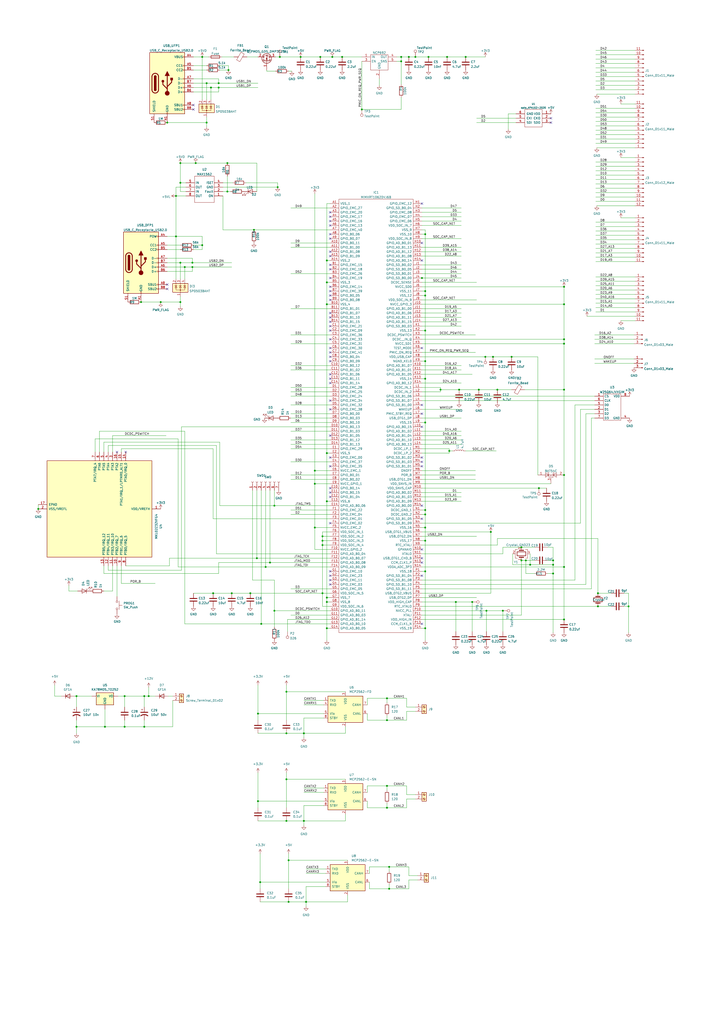
<source format=kicad_sch>
(kicad_sch (version 20230121) (generator eeschema)
  (paper "A2" portrait)
  (title_block (title "CAN sniffer based on Teensy 4.1 board") (date "2024-07-25") (rev "v1.0"))
  (lib_symbols
    (symbol "+5V_1" (power) (pin_numbers hide) (pin_names (offset 0) hide)
      (property "Value" "+5V_1" (at 0 3.556 0))
      (symbol "+5V_1_1_1"
        (pin power_in line (at 0 0 90) (length 0) hide (name "+5V") (number "1"))
      )
    )
    (symbol "APA102:opto_APA102-2020" (pin_names (offset 1.016))
      (property "Reference" "U100" (at 0 -6.35 0))
      (property "Value" "APA102-2020" (at 0 6.35 0))
      (symbol "opto_APA102-2020_1_1"
        (pin power_in line (at 10.16 2.54 180) (length 5.08) (name "VDD") (number "1"))
        (pin output line (at 10.16 0 180) (length 5.08) (name "CKO") (number "2"))
        (pin output line (at 10.16 -2.54 180) (length 5.08) (name "SDO") (number "3"))
        (pin input line (at -10.16 -2.54 0) (length 5.08) (name "SDI") (number "4"))
        (pin input line (at -10.16 0 0) (length 5.08) (name "CKI") (number "5"))
        (pin power_in line (at -10.16 2.54 0) (length 5.08) (name "GND") (number "6"))
      )
    )
    (symbol "C_1" (pin_numbers hide) (pin_names (offset 0.254) hide)
      (property "Reference" "C" (at 0.635 2.54 0))
      (property "Value" "C" (at 0.635 -2.54 0))
      (symbol "C_1_1_1"
        (pin passive line (at 0 3.81 270) (length 2.794) (name "~") (number "1"))
        (pin passive line (at 0 -3.81 90) (length 2.794) (name "~") (number "2"))
      )
    )
    (symbol "Connector:Conn_01x03_Male" (pin_names (offset 1.016) hide)
      (property "Reference" "J" (at 0 5.08 0))
      (property "Value" "Conn_01x03_Male" (at 0 -5.08 0))
      (symbol "Conn_01x03_Male_1_1"
        (pin passive line (at 5.08 2.54 180) (length 3.81) (name "Pin_1") (number "1"))
        (pin passive line (at 5.08 0 180) (length 3.81) (name "Pin_2") (number "2"))
        (pin passive line (at 5.08 -2.54 180) (length 3.81) (name "Pin_3") (number "3"))
      )
    )
    (symbol "Connector:Conn_01x07_Female" (pin_names (offset 1.016) hide)
      (property "Reference" "J" (at 0 10.16 0))
      (property "Value" "Conn_01x07_Female" (at 0 -10.16 0))
      (symbol "Conn_01x07_Female_1_1"
        (pin passive line (at -5.08 7.62 0) (length 3.81) (name "Pin_1") (number "1"))
        (pin passive line (at -5.08 5.08 0) (length 3.81) (name "Pin_2") (number "2"))
        (pin passive line (at -5.08 2.54 0) (length 3.81) (name "Pin_3") (number "3"))
        (pin passive line (at -5.08 0 0) (length 3.81) (name "Pin_4") (number "4"))
        (pin passive line (at -5.08 -2.54 0) (length 3.81) (name "Pin_5") (number "5"))
        (pin passive line (at -5.08 -5.08 0) (length 3.81) (name "Pin_6") (number "6"))
        (pin passive line (at -5.08 -7.62 0) (length 3.81) (name "Pin_7") (number "7"))
      )
    )
    (symbol "Connector:Conn_01x11_Male" (pin_names (offset 1.016) hide)
      (property "Reference" "J" (at 0 15.24 0))
      (property "Value" "Conn_01x11_Male" (at 0 -15.24 0))
      (symbol "Conn_01x11_Male_1_1"
        (pin passive line (at 5.08 12.7 180) (length 3.81) (name "Pin_1") (number "1"))
        (pin passive line (at 5.08 -10.16 180) (length 3.81) (name "Pin_10") (number "10"))
        (pin passive line (at 5.08 -12.7 180) (length 3.81) (name "Pin_11") (number "11"))
        (pin passive line (at 5.08 10.16 180) (length 3.81) (name "Pin_2") (number "2"))
        (pin passive line (at 5.08 7.62 180) (length 3.81) (name "Pin_3") (number "3"))
        (pin passive line (at 5.08 5.08 180) (length 3.81) (name "Pin_4") (number "4"))
        (pin passive line (at 5.08 2.54 180) (length 3.81) (name "Pin_5") (number "5"))
        (pin passive line (at 5.08 0 180) (length 3.81) (name "Pin_6") (number "6"))
        (pin passive line (at 5.08 -2.54 180) (length 3.81) (name "Pin_7") (number "7"))
        (pin passive line (at 5.08 -5.08 180) (length 3.81) (name "Pin_8") (number "8"))
        (pin passive line (at 5.08 -7.62 180) (length 3.81) (name "Pin_9") (number "9"))
      )
    )
    (symbol "Connector:Conn_01x12_Male" (pin_names (offset 1.016) hide)
      (property "Reference" "J" (at 0 15.24 0))
      (property "Value" "Conn_01x12_Male" (at 0 -17.78 0))
      (symbol "Conn_01x12_Male_1_1"
        (pin passive line (at 5.08 12.7 180) (length 3.81) (name "Pin_1") (number "1"))
        (pin passive line (at 5.08 -10.16 180) (length 3.81) (name "Pin_10") (number "10"))
        (pin passive line (at 5.08 -12.7 180) (length 3.81) (name "Pin_11") (number "11"))
        (pin passive line (at 5.08 -15.24 180) (length 3.81) (name "Pin_12") (number "12"))
        (pin passive line (at 5.08 10.16 180) (length 3.81) (name "Pin_2") (number "2"))
        (pin passive line (at 5.08 7.62 180) (length 3.81) (name "Pin_3") (number "3"))
        (pin passive line (at 5.08 5.08 180) (length 3.81) (name "Pin_4") (number "4"))
        (pin passive line (at 5.08 2.54 180) (length 3.81) (name "Pin_5") (number "5"))
        (pin passive line (at 5.08 0 180) (length 3.81) (name "Pin_6") (number "6"))
        (pin passive line (at 5.08 -2.54 180) (length 3.81) (name "Pin_7") (number "7"))
        (pin passive line (at 5.08 -5.08 180) (length 3.81) (name "Pin_8") (number "8"))
        (pin passive line (at 5.08 -7.62 180) (length 3.81) (name "Pin_9") (number "9"))
      )
    )
    (symbol "Connector:Screw_Terminal_01x02" (pin_names (offset 1.016) hide)
      (property "Reference" "J" (at 0 2.54 0))
      (property "Value" "Screw_Terminal_01x02" (at 0 -5.08 0))
      (symbol "Screw_Terminal_01x02_1_1"
        (pin passive line (at -5.08 0 0) (length 3.81) (name "Pin_1") (number "1"))
        (pin passive line (at -5.08 -2.54 0) (length 3.81) (name "Pin_2") (number "2"))
      )
    )
    (symbol "Connector:TestPoint" (pin_numbers hide) (pin_names (offset 0.762) hide)
      (property "Reference" "TP" (at 0 6.858 0))
      (property "Value" "TestPoint" (at 0 5.08 0))
      (symbol "TestPoint_1_1"
        (pin passive line (at 0 0 90) (length 2.54) (name "1") (number "1"))
      )
    )
    (symbol "Connector:USB_C_Receptacle_USB2.0" (pin_names (offset 1.016))
      (property "Reference" "J" (at -10.16 19.05 0))
      (property "Value" "USB_C_Receptacle_USB2.0" (at 19.05 19.05 0))
      (symbol "USB_C_Receptacle_USB2.0_1_1"
        (pin power_in line (at 0 -22.86 90) (length 5.08) (name "GND") (number "A1"))
        (pin power_in line (at 0 -22.86 90) (length 5.08) hide (name "GND") (number "A12"))
        (pin power_in line (at 15.24 15.24 180) (length 5.08) (name "VBUS") (number "A4"))
        (pin bidirectional line (at 15.24 10.16 180) (length 5.08) (name "CC1") (number "A5"))
        (pin bidirectional line (at 15.24 -2.54 180) (length 5.08) (name "D+") (number "A6"))
        (pin bidirectional line (at 15.24 2.54 180) (length 5.08) (name "D-") (number "A7"))
        (pin bidirectional line (at 15.24 -12.7 180) (length 5.08) (name "SBU1") (number "A8"))
        (pin power_in line (at 15.24 15.24 180) (length 5.08) hide (name "VBUS") (number "A9"))
        (pin power_in line (at 0 -22.86 90) (length 5.08) hide (name "GND") (number "B1"))
        (pin power_in line (at 0 -22.86 90) (length 5.08) hide (name "GND") (number "B12"))
        (pin power_in line (at 15.24 15.24 180) (length 5.08) hide (name "VBUS") (number "B4"))
        (pin bidirectional line (at 15.24 7.62 180) (length 5.08) (name "CC2") (number "B5"))
        (pin bidirectional line (at 15.24 -5.08 180) (length 5.08) (name "D+") (number "B6"))
        (pin bidirectional line (at 15.24 0 180) (length 5.08) (name "D-") (number "B7"))
        (pin bidirectional line (at 15.24 -15.24 180) (length 5.08) (name "SBU2") (number "B8"))
        (pin power_in line (at 15.24 15.24 180) (length 5.08) hide (name "VBUS") (number "B9"))
        (pin passive line (at -7.62 -22.86 90) (length 5.08) (name "SHIELD") (number "S1"))
      )
    )
    (symbol "Device:C" (pin_numbers hide) (pin_names (offset 0.254))
      (property "Reference" "C" (at 0.635 2.54 0))
      (property "Value" "C" (at 0.635 -2.54 0))
      (symbol "C_1_1"
        (pin passive line (at 0 3.81 270) (length 2.794) (name "~") (number "1"))
        (pin passive line (at 0 -3.81 90) (length 2.794) (name "~") (number "2"))
      )
    )
    (symbol "Device:C_Polarized_US" (pin_numbers hide) (pin_names (offset 0.254) hide)
      (property "Reference" "C" (at 0.635 2.54 0))
      (property "Value" "C_Polarized_US" (at 0.635 -2.54 0))
      (symbol "C_Polarized_US_1_1"
        (pin passive line (at 0 3.81 270) (length 2.794) (name "~") (number "1"))
        (pin passive line (at 0 -3.81 90) (length 3.302) (name "~") (number "2"))
      )
    )
    (symbol "Device:Crystal" (pin_numbers hide) (pin_names (offset 1.016) hide)
      (property "Reference" "Y" (at 0 3.81 0))
      (property "Value" "Crystal" (at 0 -3.81 0))
      (symbol "Crystal_1_1"
        (pin passive line (at -3.81 0 0) (length 1.27) (name "1") (number "1"))
        (pin passive line (at 3.81 0 180) (length 1.27) (name "2") (number "2"))
      )
    )
    (symbol "Device:Crystal_GND24" (pin_names (offset 1.016) hide)
      (property "Reference" "Y" (at 3.175 5.08 0))
      (property "Value" "Crystal_GND24" (at 3.175 3.175 0))
      (symbol "Crystal_GND24_1_1"
        (pin passive line (at -3.81 0 0) (length 1.27) (name "1") (number "1"))
        (pin passive line (at 0 5.08 270) (length 1.27) (name "2") (number "2"))
        (pin passive line (at 3.81 0 180) (length 1.27) (name "3") (number "3"))
        (pin passive line (at 0 -5.08 90) (length 1.27) (name "4") (number "4"))
      )
    )
    (symbol "Device:Ferrite_Bead" (pin_numbers hide) (pin_names (offset 0))
      (property "Reference" "FB" (at -3.81 0.635 90))
      (property "Value" "Ferrite_Bead" (at 3.81 0 90))
      (symbol "Ferrite_Bead_1_1"
        (pin passive line (at 0 3.81 270) (length 2.54) (name "~") (number "1"))
        (pin passive line (at 0 -3.81 90) (length 2.54) (name "~") (number "2"))
      )
    )
    (symbol "Device:Fuse" (pin_numbers hide) (pin_names (offset 0))
      (property "Reference" "F" (at 2.032 0 90))
      (property "Value" "Fuse" (at -1.905 0 90))
      (symbol "Fuse_1_1"
        (pin passive line (at 0 3.81 270) (length 1.27) (name "~") (number "1"))
        (pin passive line (at 0 -3.81 90) (length 1.27) (name "~") (number "2"))
      )
    )
    (symbol "Device:L" (pin_numbers hide) (pin_names (offset 1.016) hide)
      (property "Reference" "L" (at -1.27 0 90))
      (property "Value" "L" (at 1.905 0 90))
      (symbol "L_1_1"
        (pin passive line (at 0 3.81 270) (length 1.27) (name "1") (number "1"))
        (pin passive line (at 0 -3.81 90) (length 1.27) (name "2") (number "2"))
      )
    )
    (symbol "Device:LED" (pin_numbers hide) (pin_names (offset 1.016) hide)
      (property "Reference" "D" (at 0 2.54 0))
      (property "Value" "LED" (at 0 -2.54 0))
      (symbol "LED_1_1"
        (pin passive line (at -3.81 0 0) (length 2.54) (name "K") (number "1"))
        (pin passive line (at 3.81 0 180) (length 2.54) (name "A") (number "2"))
      )
    )
    (symbol "Device:Q_PMOS_GDS" (pin_names (offset 0) hide)
      (property "Reference" "Q" (at 5.08 1.27 0))
      (property "Value" "Q_PMOS_GDS" (at 5.08 -1.27 0))
      (symbol "Q_PMOS_GDS_1_1"
        (pin input line (at -5.08 0 0) (length 5.08) (name "G") (number "1"))
        (pin passive line (at 2.54 5.08 270) (length 2.54) (name "D") (number "2"))
        (pin passive line (at 2.54 -5.08 90) (length 2.54) (name "S") (number "3"))
      )
    )
    (symbol "Device:R" (pin_numbers hide) (pin_names (offset 0))
      (property "Reference" "R" (at 2.032 0 90))
      (property "Value" "R" (at 0 0 90))
      (symbol "R_1_1"
        (pin passive line (at 0 3.81 270) (length 1.27) (name "~") (number "1"))
        (pin passive line (at 0 -3.81 90) (length 1.27) (name "~") (number "2"))
      )
    )
    (symbol "Diode:1N914" (pin_numbers hide) (pin_names hide)
      (property "Reference" "D" (at 0 2.54 0))
      (property "Value" "1N914" (at 0 -2.54 0))
      (symbol "1N914_1_1"
        (pin passive line (at -3.81 0 0) (length 2.54) (name "K") (number "1"))
        (pin passive line (at 3.81 0 180) (length 2.54) (name "A") (number "2"))
      )
    )
    (symbol "Diode:BAT54C" (pin_names (offset 1.016))
      (property "Reference" "D" (at 0.635 -3.81 0))
      (property "Value" "BAT54C" (at -6.35 3.175 0))
      (symbol "BAT54C_1_1"
        (pin passive line (at -7.62 0 0) (length 3.81) (name "~") (number "1"))
        (pin passive line (at 7.62 0 180) (length 3.81) (name "~") (number "2"))
        (pin passive line (at 0 -5.08 90) (length 5.08) (name "~") (number "3"))
      )
    )
    (symbol "GND_1" (power) (pin_numbers hide) (pin_names (offset 0) hide)
      (property "Value" "GND_1" (at 0 -3.81 0))
      (symbol "GND_1_1_1"
        (pin power_in line (at 0 0 270) (length 0) hide (name "GND") (number "1"))
      )
    )
    (symbol "Interface_CAN_LIN:MCP2562-E-SN" (pin_names (offset 1.016))
      (property "Reference" "U" (at -10.16 8.89 0))
      (property "Value" "MCP2562-E-SN" (at 2.54 8.89 0))
      (symbol "MCP2562-E-SN_1_1"
        (pin input line (at -12.7 5.08 0) (length 2.54) (name "TXD") (number "1"))
        (pin power_in line (at 0 -10.16 90) (length 2.54) (name "VSS") (number "2"))
        (pin power_in line (at 0 10.16 270) (length 2.54) (name "VDD") (number "3"))
        (pin output line (at -12.7 2.54 0) (length 2.54) (name "RXD") (number "4"))
        (pin power_in line (at -12.7 -2.54 0) (length 2.54) (name "Vio") (number "5"))
        (pin bidirectional line (at 12.7 -2.54 180) (length 2.54) (name "CANL") (number "6"))
        (pin bidirectional line (at 12.7 2.54 180) (length 2.54) (name "CANH") (number "7"))
        (pin input line (at -12.7 -5.08 0) (length 2.54) (name "STBY") (number "8"))
      )
    )
    (symbol "MCU_NXP_Kinetis:MKL02Z32VFG4" (pin_names (offset 1.016))
      (property "Reference" "U" (at -27.94 31.115 0))
      (property "Value" "MKL02Z32VFG4" (at 27.94 31.115 0))
      (symbol "MKL02Z32VFG4_1_1"
        (pin power_in line (at 0 35.56 270) (length 5.08) (name "VDD/VREFH") (number "1"))
        (pin bidirectional line (at 33.02 10.16 180) (length 5.08) (name "PTB2/IRQ_7") (number "10"))
        (pin bidirectional line (at 33.02 7.62 180) (length 5.08) (name "PTB3/IRQ_10") (number "11"))
        (pin bidirectional line (at 33.02 5.08 180) (length 5.08) (name "PTB4/IRQ_11") (number "12"))
        (pin bidirectional line (at 33.02 2.54 180) (length 5.08) (name "PTB5/IRQ_12") (number "13"))
        (pin bidirectional line (at -33.02 15.24 0) (length 5.08) (name "PTA0/IRQ_0") (number "14"))
        (pin bidirectional line (at -33.02 12.7 0) (length 5.08) (name "PTA1/IRQ_1/LPTMR0_ALT1") (number "15"))
        (pin bidirectional line (at -33.02 10.16 0) (length 5.08) (name "PTA2") (number "16"))
        (pin power_in line (at -2.54 -35.56 90) (length 5.08) (name "EPAD") (number "17"))
        (pin power_in line (at 0 -35.56 90) (length 5.08) (name "VSS/VREFL") (number "2"))
        (pin bidirectional line (at -33.02 7.62 0) (length 5.08) (name "PTA3") (number "3"))
        (pin bidirectional line (at -33.02 5.08 0) (length 5.08) (name "PTA4") (number "4"))
        (pin bidirectional line (at -33.02 2.54 0) (length 5.08) (name "PTA5") (number "5"))
        (pin bidirectional line (at -33.02 0 0) (length 5.08) (name "PTA6") (number "6"))
        (pin bidirectional line (at -33.02 -2.54 0) (length 5.08) (name "PTA7/IRQ_4") (number "7"))
        (pin bidirectional line (at 33.02 15.24 180) (length 5.08) (name "PTB0/IRQ_5") (number "8"))
        (pin bidirectional line (at 33.02 12.7 180) (length 5.08) (name "PTB1/IRQ_6") (number "9"))
      )
    )
    (symbol "MIMXRT1062DVJ6B:MAX1562"
      (property "Reference" "U" (at 0 -6.35 0))
      (property "Value" "MAX1562" (at 0 6.35 0))
      (symbol "MAX1562_1_1"
        (pin input line (at -11.43 3.81 0) (length 5.08) (name "ON") (number "1"))
        (pin input line (at -11.43 1.27 0) (length 5.08) (name "Fault") (number "2"))
        (pin power_in line (at -11.43 -1.27 0) (length 5.08) (name "GND") (number "3"))
        (pin input line (at -11.43 -3.81 0) (length 5.08) (name "ISET") (number "4"))
        (pin power_in line (at 10.16 -3.81 180) (length 5.08) (name "IN") (number "5"))
        (pin power_out line (at 10.16 -1.27 180) (length 5.08) (name "OUT") (number "6"))
        (pin power_in line (at 10.16 1.27 180) (length 5.08) (name "IN") (number "7"))
        (pin power_out line (at 10.16 3.81 180) (length 5.08) (name "OUT") (number "8"))
      )
    )
    (symbol "MIMXRT1062DVJ6B:MIMXRT1062DVJ6B" (pin_names (offset 0.762))
      (property "Reference" "IC" (at 49.53 7.62 0))
      (property "Value" "MIMXRT1062DVJ6B" (at 49.53 5.08 0))
      (symbol "MIMXRT1062DVJ6B_0_0"
        (pin passive line (at 0 0 0) (length 5.08) (name "VSS_1") (number "A1"))
        (pin passive line (at 0 -22.86 0) (length 5.08) (name "GPIO_B0_11") (number "A10"))
        (pin passive line (at 0 -25.4 0) (length 5.08) (name "GPIO_B1_00") (number "A11"))
        (pin passive line (at 0 -27.94 0) (length 5.08) (name "GPIO_B1_08") (number "A12"))
        (pin passive line (at 0 -30.48 0) (length 5.08) (name "GPIO_B1_09") (number "A13"))
        (pin passive line (at 0 -33.02 0) (length 5.08) (name "VSS_2") (number "A14"))
        (pin passive line (at 0 -2.54 0) (length 5.08) (name "GPIO_EMC_27") (number "A2"))
        (pin passive line (at 0 -5.08 0) (length 5.08) (name "GPIO_EMC_20") (number "A3"))
        (pin passive line (at 0 -7.62 0) (length 5.08) (name "GPIO_EMC_17") (number "A4"))
        (pin passive line (at 0 -10.16 0) (length 5.08) (name "GPIO_EMC_16") (number "A5"))
        (pin passive line (at 0 -12.7 0) (length 5.08) (name "GPIO_EMC_13") (number "A6"))
        (pin passive line (at 0 -15.24 0) (length 5.08) (name "GPIO_EMC_40") (number "A7"))
        (pin passive line (at 0 -17.78 0) (length 5.08) (name "GPIO_B0_06") (number "A8"))
        (pin passive line (at 0 -20.32 0) (length 5.08) (name "GPIO_B0_07") (number "A9"))
        (pin passive line (at 0 -35.56 0) (length 5.08) (name "GPIO_EMC_15") (number "B1"))
        (pin passive line (at 0 -58.42 0) (length 5.08) (name "VSS_4") (number "B10"))
        (pin passive line (at 0 -60.96 0) (length 5.08) (name "GPIO_B1_01") (number "B11"))
        (pin passive line (at 0 -63.5 0) (length 5.08) (name "GPIO_B1_07") (number "B12"))
        (pin passive line (at 0 -66.04 0) (length 5.08) (name "GPIO_B1_10") (number "B13"))
        (pin passive line (at 0 -68.58 0) (length 5.08) (name "GPIO_B1_15") (number "B14"))
        (pin passive line (at 0 -38.1 0) (length 5.08) (name "GPIO_EMC_18") (number "B2"))
        (pin passive line (at 0 -40.64 0) (length 5.08) (name "GPIO_EMC_26") (number "B3"))
        (pin passive line (at 0 -43.18 0) (length 5.08) (name "GPIO_EMC_19") (number "B4"))
        (pin passive line (at 0 -45.72 0) (length 5.08) (name "VSS_3") (number "B5"))
        (pin passive line (at 0 -48.26 0) (length 5.08) (name "GPIO_EMC_14") (number "B6"))
        (pin passive line (at 0 -50.8 0) (length 5.08) (name "GPIO_EMC_39") (number "B7"))
        (pin passive line (at 0 -53.34 0) (length 5.08) (name "GPIO_B0_05") (number "B8"))
        (pin passive line (at 0 -55.88 0) (length 5.08) (name "GPIO_B0_08") (number "B9"))
        (pin passive line (at 0 -71.12 0) (length 5.08) (name "GPIO_EMC_21") (number "C1"))
        (pin passive line (at 0 -93.98 0) (length 5.08) (name "GPIO_B0_12") (number "C10"))
        (pin passive line (at 0 -96.52 0) (length 5.08) (name "GPIO_B1_02") (number "C11"))
        (pin passive line (at 0 -99.06 0) (length 5.08) (name "GPIO_B1_06") (number "C12"))
        (pin passive line (at 0 -101.6 0) (length 5.08) (name "GPIO_B1_11") (number "C13"))
        (pin passive line (at 0 -104.14 0) (length 5.08) (name "GPIO_B1_14") (number "C14"))
        (pin passive line (at 0 -73.66 0) (length 5.08) (name "GPIO_EMC_09") (number "C2"))
        (pin passive line (at 0 -76.2 0) (length 5.08) (name "GPIO_EMC_36") (number "C3"))
        (pin passive line (at 0 -78.74 0) (length 5.08) (name "GPIO_EMC_33") (number "C4"))
        (pin passive line (at 0 -81.28 0) (length 5.08) (name "GPIO_EMC_31") (number "C5"))
        (pin passive line (at 0 -83.82 0) (length 5.08) (name "GPIO_EMC_30") (number "C6"))
        (pin passive line (at 0 -86.36 0) (length 5.08) (name "GPIO_EMC_41") (number "C7"))
        (pin passive line (at 0 -88.9 0) (length 5.08) (name "GPIO_B0_04") (number "C8"))
        (pin passive line (at 0 -91.44 0) (length 5.08) (name "GPIO_B0_09") (number "C9"))
        (pin passive line (at 0 -106.68 0) (length 5.08) (name "GPIO_EMC_28") (number "D1"))
        (pin passive line (at 0 -129.54 0) (length 5.08) (name "GPIO_B0_13") (number "D10"))
        (pin passive line (at 0 -132.08 0) (length 5.08) (name "GPIO_B1_03") (number "D11"))
        (pin passive line (at 0 -134.62 0) (length 5.08) (name "GPIO_B1_05") (number "D12"))
        (pin passive line (at 0 -137.16 0) (length 5.08) (name "GPIO_B1_12") (number "D13"))
        (pin passive line (at 0 -139.7 0) (length 5.08) (name "GPIO_B1_13") (number "D14"))
        (pin passive line (at 0 -109.22 0) (length 5.08) (name "GPIO_EMC_25") (number "D2"))
        (pin passive line (at 0 -111.76 0) (length 5.08) (name "GPIO_EMC_24") (number "D3"))
        (pin passive line (at 0 -114.3 0) (length 5.08) (name "GPIO_EMC_34") (number "D4"))
        (pin passive line (at 0 -116.84 0) (length 5.08) (name "GPIO_EMC_32") (number "D5"))
        (pin passive line (at 0 -119.38 0) (length 5.08) (name "GPIO_EMC_38") (number "D6"))
        (pin passive line (at 0 -121.92 0) (length 5.08) (name "GPIO_B0_00") (number "D7"))
        (pin passive line (at 0 -124.46 0) (length 5.08) (name "GPIO_B0_03") (number "D8"))
        (pin passive line (at 0 -127 0) (length 5.08) (name "GPIO_B0_10") (number "D9"))
        (pin passive line (at 0 -142.24 0) (length 5.08) (name "GPIO_EMC_29") (number "E1"))
        (pin passive line (at 0 -165.1 0) (length 5.08) (name "GPIO_B0_14") (number "E10"))
        (pin passive line (at 0 -167.64 0) (length 5.08) (name "GPIO_B0_15") (number "E11"))
        (pin passive line (at 0 -170.18 0) (length 5.08) (name "GPIO_B1_04") (number "E12"))
        (pin passive line (at 0 -172.72 0) (length 5.08) (name "VSS_6") (number "E13"))
        (pin passive line (at 0 -175.26 0) (length 5.08) (name "GPIO_AD_B0_06") (number "E14"))
        (pin passive line (at 0 -144.78 0) (length 5.08) (name "VSS_5") (number "E2"))
        (pin passive line (at 0 -147.32 0) (length 5.08) (name "GPIO_EMC_00") (number "E3"))
        (pin passive line (at 0 -149.86 0) (length 5.08) (name "GPIO_EMC_37") (number "E4"))
        (pin passive line (at 0 -152.4 0) (length 5.08) (name "GPIO_EMC_35") (number "E5"))
        (pin passive line (at 0 -154.94 0) (length 5.08) (name "NVCC_EMC_1") (number "E6"))
        (pin passive line (at 0 -157.48 0) (length 5.08) (name "GPIO_B0_01") (number "E7"))
        (pin passive line (at 0 -160.02 0) (length 5.08) (name "GPIO_B0_02") (number "E8"))
        (pin passive line (at 0 -162.56 0) (length 5.08) (name "NVCC_GPIO_1") (number "E9"))
        (pin passive line (at 0 -177.8 0) (length 5.08) (name "GPIO_EMC_22") (number "F1"))
        (pin passive line (at 0 -200.66 0) (length 5.08) (name "NVCC_GPIO_2") (number "F10"))
        (pin passive line (at 0 -203.2 0) (length 5.08) (name "GPIO_AD_B0_04") (number "F11"))
        (pin passive line (at 0 -205.74 0) (length 5.08) (name "GPIO_AD_B0_07") (number "F12"))
        (pin passive line (at 0 -208.28 0) (length 5.08) (name "GPIO_AD_B0_08") (number "F13"))
        (pin passive line (at 0 -210.82 0) (length 5.08) (name "GPIO_AD_B0_09") (number "F14"))
        (pin passive line (at 0 -180.34 0) (length 5.08) (name "GPIO_EMC_04") (number "F2"))
        (pin passive line (at 0 -182.88 0) (length 5.08) (name "GPIO_EMC_01") (number "F3"))
        (pin passive line (at 0 -185.42 0) (length 5.08) (name "GPIO_EMC_02") (number "F4"))
        (pin passive line (at 0 -187.96 0) (length 5.08) (name "NVCC_EMC_2") (number "F5"))
        (pin passive line (at 0 -190.5 0) (length 5.08) (name "VDD_SOC_IN_1") (number "F6"))
        (pin passive line (at 0 -193.04 0) (length 5.08) (name "VDD_SOC_IN_2") (number "F7"))
        (pin passive line (at 0 -195.58 0) (length 5.08) (name "VDD_SOC_IN_3") (number "F8"))
        (pin passive line (at 0 -198.12 0) (length 5.08) (name "VDD_SOC_IN_4") (number "F9"))
        (pin passive line (at 0 -213.36 0) (length 5.08) (name "GPIO_EMC_10") (number "G1"))
        (pin passive line (at 0 -236.22 0) (length 5.08) (name "GPIO_AD_B0_11") (number "G10"))
        (pin passive line (at 0 -238.76 0) (length 5.08) (name "GPIO_AD_B0_03") (number "G11"))
        (pin passive line (at 0 -241.3 0) (length 5.08) (name "GPIO_AD_B1_14") (number "G12"))
        (pin passive line (at 0 -243.84 0) (length 5.08) (name "GPIO_AD_B0_10") (number "G13"))
        (pin passive line (at 0 -246.38 0) (length 5.08) (name "GPIO_AD_B0_05") (number "G14"))
        (pin passive line (at 0 -215.9 0) (length 5.08) (name "GPIO_EMC_23") (number "G2"))
        (pin passive line (at 0 -218.44 0) (length 5.08) (name "GPIO_EMC_11") (number "G3"))
        (pin passive line (at 0 -220.98 0) (length 5.08) (name "GPIO_EMC_03") (number "G4"))
        (pin passive line (at 0 -223.52 0) (length 5.08) (name "GPIO_EMC_05") (number "G5"))
        (pin passive line (at 0 -226.06 0) (length 5.08) (name "VDD_SOC_IN_5") (number "G6"))
        (pin passive line (at 0 -228.6 0) (length 5.08) (name "VSS_7") (number "G7"))
        (pin passive line (at 0 -231.14 0) (length 5.08) (name "VSS_8") (number "G8"))
        (pin passive line (at 0 -233.68 0) (length 5.08) (name "VDD_SOC_IN_6") (number "G9"))
        (pin passive line (at 53.34 0 180) (length 5.08) (name "GPIO_EMC_12") (number "H1"))
        (pin passive line (at 53.34 -22.86 180) (length 5.08) (name "GPIO_AD_B0_01") (number "H10"))
        (pin passive line (at 53.34 -25.4 180) (length 5.08) (name "GPIO_AD_B1_13") (number "H11"))
        (pin passive line (at 53.34 -27.94 180) (length 5.08) (name "GPIO_AD_B1_12") (number "H12"))
        (pin passive line (at 53.34 -30.48 180) (length 5.08) (name "GPIO_AD_B1_08") (number "H13"))
        (pin passive line (at 53.34 -33.02 180) (length 5.08) (name "GPIO_AD_B0_14") (number "H14"))
        (pin passive line (at 53.34 -2.54 180) (length 5.08) (name "GPIO_SD_B0_04") (number "H2"))
        (pin passive line (at 53.34 -5.08 180) (length 5.08) (name "GPIO_EMC_08") (number "H3"))
        (pin passive line (at 53.34 -7.62 180) (length 5.08) (name "GPIO_EMC_07") (number "H4"))
        (pin passive line (at 53.34 -10.16 180) (length 5.08) (name "GPIO_EMC_06") (number "H5"))
        (pin passive line (at 53.34 -12.7 180) (length 5.08) (name "VDD_SOC_IN_7") (number "H6"))
        (pin passive line (at 53.34 -15.24 180) (length 5.08) (name "VSS_9") (number "H7"))
        (pin passive line (at 53.34 -17.78 180) (length 5.08) (name "VSS_10") (number "H8"))
        (pin passive line (at 53.34 -20.32 180) (length 5.08) (name "VDD_SOC_IN_8") (number "H9"))
        (pin passive line (at 53.34 -35.56 180) (length 5.08) (name "GPIO_SD_B0_02") (number "J1"))
        (pin passive line (at 53.34 -58.42 180) (length 5.08) (name "NVCC_GPIO_3") (number "J10"))
        (pin passive line (at 53.34 -60.96 180) (length 5.08) (name "GPIO_AD_B1_00") (number "J11"))
        (pin passive line (at 53.34 -63.5 180) (length 5.08) (name "GPIO_AD_B1_06") (number "J12"))
        (pin passive line (at 53.34 -66.04 180) (length 5.08) (name "GPIO_AD_B1_11") (number "J13"))
        (pin passive line (at 53.34 -68.58 180) (length 5.08) (name "GPIO_AD_B1_15") (number "J14"))
        (pin passive line (at 53.34 -38.1 180) (length 5.08) (name "GPIO_SD_B0_05") (number "J2"))
        (pin passive line (at 53.34 -40.64 180) (length 5.08) (name "GPIO_SD_B0_01") (number "J3"))
        (pin passive line (at 53.34 -43.18 180) (length 5.08) (name "GPIO_SD_B0_00") (number "J4"))
        (pin passive line (at 53.34 -45.72 180) (length 5.08) (name "DCDC_SENSE") (number "J5"))
        (pin passive line (at 53.34 -48.26 180) (length 5.08) (name "NVCC_SD0") (number "J6"))
        (pin passive line (at 53.34 -50.8 180) (length 5.08) (name "VSS_11") (number "J7"))
        (pin passive line (at 53.34 -53.34 180) (length 5.08) (name "VSS_12") (number "J8"))
        (pin passive line (at 53.34 -55.88 180) (length 5.08) (name "VDD_SOC_IN_9") (number "J9"))
        (pin passive line (at 53.34 -71.12 180) (length 5.08) (name "GPIO_SD_B0_03") (number "K1"))
        (pin passive line (at 53.34 -93.98 180) (length 5.08) (name "GPIO_AD_B1_07") (number "K10"))
        (pin passive line (at 53.34 -96.52 180) (length 5.08) (name "GPIO_AD_B1_01") (number "K11"))
        (pin passive line (at 53.34 -99.06 180) (length 5.08) (name "GPIO_AD_B1_05") (number "K12"))
        (pin passive line (at 53.34 -101.6 180) (length 5.08) (name "VSS_14") (number "K13"))
        (pin passive line (at 53.34 -104.14 180) (length 5.08) (name "GPIO_AD_B0_12") (number "K14"))
        (pin passive line (at 53.34 -73.66 180) (length 5.08) (name "VSS_13") (number "K2"))
        (pin passive line (at 53.34 -76.2 180) (length 5.08) (name "DCDC_PSWITCH") (number "K3"))
        (pin passive line (at 53.34 -78.74 180) (length 5.08) (name "DCDC__IN_Q") (number "K4"))
        (pin passive line (at 53.34 -81.28 180) (length 5.08) (name "NVCC_SD1") (number "K5"))
        (pin passive line (at 53.34 -83.82 180) (length 5.08) (name "TEST_MODE") (number "K6"))
        (pin passive line (at 53.34 -86.36 180) (length 5.08) (name "PMIC_ON_REQ") (number "K7"))
        (pin passive line (at 53.34 -88.9 180) (length 5.08) (name "VDD_USB_CAP") (number "K8"))
        (pin passive line (at 53.34 -91.44 180) (length 5.08) (name "NGND_KEL0") (number "K9"))
        (pin passive line (at 53.34 -106.68 180) (length 5.08) (name "DCDC_IN_1") (number "L1"))
        (pin passive line (at 53.34 -129.54 180) (length 5.08) (name "GPIO_AD_B0_15") (number "L10"))
        (pin passive line (at 53.34 -132.08 180) (length 5.08) (name "GPIO_AD_B1_02") (number "L11"))
        (pin passive line (at 53.34 -134.62 180) (length 5.08) (name "GPIO_AD_B1_04") (number "L12"))
        (pin passive line (at 53.34 -137.16 180) (length 5.08) (name "GPIO_AD_B1_10") (number "L13"))
        (pin passive line (at 53.34 -139.7 180) (length 5.08) (name "GPIO_AD_B0_13") (number "L14"))
        (pin passive line (at 53.34 -109.22 180) (length 5.08) (name "DCDC_IN_2") (number "L2"))
        (pin passive line (at 53.34 -111.76 180) (length 5.08) (name "GPIO_SD_B1_06") (number "L3"))
        (pin passive line (at 53.34 -114.3 180) (length 5.08) (name "GPIO_SD_B1_07") (number "L4"))
        (pin passive line (at 53.34 -116.84 180) (length 5.08) (name "GPIO_SD_B1_00") (number "L5"))
        (pin passive line (at 53.34 -119.38 180) (length 5.08) (name "WAKEUP") (number "L6"))
        (pin passive line (at 53.34 -121.92 180) (length 5.08) (name "PMIC_STBY_REQ") (number "L7"))
        (pin passive line (at 53.34 -124.46 180) (length 5.08) (name "USB_OTG1_DP") (number "L8"))
        (pin passive line (at 53.34 -127 180) (length 5.08) (name "VSS_15") (number "L9"))
        (pin passive line (at 53.34 -142.24 180) (length 5.08) (name "DCDC_LP_1") (number "M1"))
        (pin passive line (at 53.34 -165.1 180) (length 5.08) (name "VDD_SNVS_CAP") (number "M10"))
        (pin passive line (at 53.34 -167.64 180) (length 5.08) (name "GPIO_AD_B0_02") (number "M11"))
        (pin passive line (at 53.34 -170.18 180) (length 5.08) (name "GPIO_AD_B1_03") (number "M12"))
        (pin passive line (at 53.34 -172.72 180) (length 5.08) (name "GPIO_AD_B1_09") (number "M13"))
        (pin passive line (at 53.34 -175.26 180) (length 5.08) (name "GPIO_AD_B0_00") (number "M14"))
        (pin passive line (at 53.34 -144.78 180) (length 5.08) (name "DCDC_LP_2") (number "M2"))
        (pin passive line (at 53.34 -147.32 180) (length 5.08) (name "GPIO_SD_B1_02") (number "M3"))
        (pin passive line (at 53.34 -149.86 180) (length 5.08) (name "GPIO_SD_B1_03") (number "M4"))
        (pin passive line (at 53.34 -152.4 180) (length 5.08) (name "GPIO_SD_B1_01") (number "M5"))
        (pin passive line (at 53.34 -154.94 180) (length 5.08) (name "ONOFF") (number "M6"))
        (pin passive line (at 53.34 -157.48 180) (length 5.08) (name "POR_B") (number "M7"))
        (pin passive line (at 53.34 -160.02 180) (length 5.08) (name "USB_OTG1_DN") (number "M8"))
        (pin passive line (at 53.34 -162.56 180) (length 5.08) (name "VDD_SNVS_IN") (number "M9"))
        (pin passive line (at 53.34 -177.8 180) (length 5.08) (name "DCDC_GND_1") (number "N1"))
        (pin passive line (at 53.34 -200.66 180) (length 5.08) (name "GPANAIO") (number "N10"))
        (pin passive line (at 53.34 -203.2 180) (length 5.08) (name "XTALO") (number "N11"))
        (pin passive line (at 53.34 -205.74 180) (length 5.08) (name "USB_OTG1_CHD_B") (number "N12"))
        (pin passive line (at 53.34 -208.28 180) (length 5.08) (name "CCM_CLK1_P") (number "N13"))
        (pin passive line (at 53.34 -210.82 180) (length 5.08) (name "VDDA_ADC_3P3") (number "N14"))
        (pin passive line (at 53.34 -180.34 180) (length 5.08) (name "DCDC_GND_2") (number "N2"))
        (pin passive line (at 53.34 -182.88 180) (length 5.08) (name "GPIO_SD_B1_05") (number "N3"))
        (pin passive line (at 53.34 -185.42 180) (length 5.08) (name "GPIO_SD_B1_09") (number "N4"))
        (pin passive line (at 53.34 -187.96 180) (length 5.08) (name "VSS_16") (number "N5"))
        (pin passive line (at 53.34 -190.5 180) (length 5.08) (name "USB_OTG1_VBUS") (number "N6"))
        (pin passive line (at 53.34 -193.04 180) (length 5.08) (name "USB_OTG2_DN") (number "N7"))
        (pin passive line (at 53.34 -195.58 180) (length 5.08) (name "VSS_17") (number "N8"))
        (pin passive line (at 53.34 -198.12 180) (length 5.08) (name "RTC_XTALI") (number "N9"))
        (pin passive line (at 53.34 -213.36 180) (length 5.08) (name "VSS_18") (number "P1"))
        (pin passive line (at 53.34 -236.22 180) (length 5.08) (name "NVCC_PLL") (number "P10"))
        (pin passive line (at 53.34 -238.76 180) (length 5.08) (name "XTALI") (number "P11"))
        (pin passive line (at 53.34 -241.3 180) (length 5.08) (name "VDD_HIGH_IN") (number "P12"))
        (pin passive line (at 53.34 -243.84 180) (length 5.08) (name "CCM_CLK1_N") (number "P13"))
        (pin passive line (at 53.34 -246.38 180) (length 5.08) (name "VSS_19") (number "P14"))
        (pin passive line (at 53.34 -215.9 180) (length 5.08) (name "GPIO_SD_B1_04") (number "P2"))
        (pin passive line (at 53.34 -218.44 180) (length 5.08) (name "GPIO_SD_B1_08") (number "P3"))
        (pin passive line (at 53.34 -220.98 180) (length 5.08) (name "GPIO_SD_B1_10") (number "P4"))
        (pin passive line (at 53.34 -223.52 180) (length 5.08) (name "GPIO_SD_B1_11") (number "P5"))
        (pin passive line (at 53.34 -226.06 180) (length 5.08) (name "USB_OTG2_VBUS") (number "P6"))
        (pin passive line (at 53.34 -228.6 180) (length 5.08) (name "USB_OTG2_DP") (number "P7"))
        (pin passive line (at 53.34 -231.14 180) (length 5.08) (name "VDD_HIGH_CAP") (number "P8"))
        (pin passive line (at 53.34 -233.68 180) (length 5.08) (name "RTC_XTALO") (number "P9"))
      )
    )
    (symbol "MIMXRT1062DVJ6B:W25Q64VXGIM"
      (property "Reference" "U" (at 0 12.7 0))
      (property "Value" "W25Q64VXGIM" (at 0 10.16 0))
      (symbol "W25Q64VXGIM_1_1"
        (pin input line (at 10.16 6.35 180) (length 5.08) (name "CS") (number "1"))
        (pin output line (at 10.16 -1.27 180) (length 5.08) (name "D1") (number "2"))
        (pin output line (at 10.16 -3.81 180) (length 5.08) (name "D2") (number "3"))
        (pin power_in line (at -10.16 -6.35 0) (length 5.08) (name "GND") (number "4"))
        (pin output line (at 10.16 1.27 180) (length 5.08) (name "D0") (number "5"))
        (pin input line (at 10.16 3.81 180) (length 5.08) (name "CLK") (number "6"))
        (pin output line (at 10.16 -6.35 180) (length 5.08) (name "D3") (number "7"))
        (pin power_in line (at -10.16 6.35 0) (length 5.08) (name "VDD") (number "8"))
      )
    )
    (symbol "Power_Protection:SP0503BAHT" (pin_names hide)
      (property "Reference" "D" (at 5.715 2.54 0))
      (property "Value" "SP0503BAHT" (at 5.715 0.635 0))
      (symbol "SP0503BAHT_0_0"
        (pin passive line (at 0 -5.08 90) (length 2.54) (name "A") (number "1"))
      )
      (symbol "SP0503BAHT_1_1"
        (pin passive line (at -2.54 5.08 270) (length 2.54) (name "K") (number "2"))
        (pin passive line (at 0 5.08 270) (length 2.54) (name "K") (number "3"))
        (pin passive line (at 2.54 5.08 270) (length 2.54) (name "K") (number "4"))
      )
    )
    (symbol "Regulator_Linear:KA78M05_TO252" (pin_numbers hide) (pin_names (offset 0.254))
      (property "Reference" "U" (at -3.81 3.175 0))
      (property "Value" "KA78M05_TO252" (at 0 3.175 0))
      (symbol "KA78M05_TO252_1_1"
        (pin power_in line (at -7.62 0 0) (length 2.54) (name "VI") (number "1"))
        (pin power_in line (at 0 -7.62 90) (length 2.54) (name "GND") (number "2"))
        (pin power_out line (at 7.62 0 180) (length 2.54) (name "VO") (number "3"))
      )
    )
    (symbol "Switch:SW_Push" (pin_numbers hide) (pin_names (offset 1.016) hide)
      (property "Reference" "SW" (at 1.27 2.54 0))
      (property "Value" "SW_Push" (at 0 -1.524 0))
      (symbol "SW_Push_0_1"
        (pin passive line (at -5.08 0 0) (length 2.54) (name "1") (number "1"))
        (pin passive line (at 5.08 0 180) (length 2.54) (name "2") (number "2"))
      )
    )
    (symbol "ToyTronics2:OnSemi NCP692, fixed version"
      (property "Reference" "U" (at 0 5.08 0))
      (symbol "OnSemi NCP692, fixed version_1_1"
        (pin power_in line (at -10.16 2.54 0) (length 5.08) (name "IN") (number "1"))
        (pin power_in line (at 0 -10.16 90) (length 5.08) (name "GND") (number "2"))
        (pin power_in line (at -10.16 0 0) (length 5.08) (name "EN") (number "3"))
        (pin power_out line (at 10.16 2.54 180) (length 5.08) (name "OUT") (number "4"))
        (pin input line (at 10.16 0 180) (length 5.08) (name "SNS") (number "5"))
        (pin power_in line (at -10.16 2.54 0) (length 5.08) hide (name "IN") (number "6"))
        (pin power_in line (at 0 -10.16 90) (length 5.08) hide (name "GND") (number "7"))
      )
    )
    (symbol "power:+12V" (power) (pin_numbers hide) (pin_names (offset 0) hide)
      (property "Value" "+12V" (at 0 3.556 0))
      (symbol "+12V_1_1"
        (pin power_in line (at 0 0 90) (length 0) hide (name "+12V") (number "1"))
      )
    )
    (symbol "power:+3.3V" (power) (pin_numbers hide) (pin_names (offset 0) hide)
      (property "Value" "+3.3V" (at 0 3.556 0))
      (symbol "+3.3V_1_1"
        (pin power_in line (at 0 0 90) (length 0) hide (name "+3.3V") (number "1"))
      )
    )
    (symbol "power:+3V3" (power) (pin_names (offset 0))
      (property "Value" "+3V3" (at 0 3.556 0))
      (symbol "+3V3_1_1"
        (pin power_in line (at 0 0 90) (length 0) hide (name "+3V3") (number "1"))
      )
    )
    (symbol "power:+5V" (power) (pin_names (offset 0))
      (property "Value" "+5V" (at 0 3.556 0))
      (symbol "+5V_1_1"
        (pin power_in line (at 0 0 90) (length 0) hide (name "+5V") (number "1"))
      )
    )
    (symbol "power:+5VD" (power) (pin_names (offset 0))
      (property "Value" "+5VD" (at 0 3.556 0))
      (symbol "+5VD_1_1"
        (pin power_in line (at 0 0 90) (length 0) hide (name "+5VD") (number "1"))
      )
    )
    (symbol "power:+5VL" (power) (pin_names (offset 0))
      (property "Value" "+5VL" (at 0 3.556 0))
      (symbol "+5VL_1_1"
        (pin power_in line (at 0 0 90) (length 0) hide (name "+5VL") (number "1"))
      )
    )
    (symbol "power:GND" (power) (pin_names (offset 0))
      (property "Value" "GND" (at 0 -3.81 0))
      (symbol "GND_1_1"
        (pin power_in line (at 0 0 270) (length 0) hide (name "GND") (number "1"))
      )
    )
    (symbol "power:PWR_FLAG" (power) (pin_numbers hide) (pin_names (offset 0) hide)
      (property "Value" "PWR_FLAG" (at 0 3.81 0))
      (symbol "PWR_FLAG_0_0"
        (pin power_out line (at 0 0 90) (length 0) (name "pwr") (number "1"))
      )
    )
    (symbol "simonsen:USB_C_Receptacle_USB2.0_NOPOW" (pin_names (offset 1.016))
      (property "Reference" "J" (at -10.16 19.05 0))
      (property "Value" "USB_C_Receptacle_USB2.0_NOPOW" (at 19.05 19.05 0))
      (symbol "USB_C_Receptacle_USB2.0_NOPOW_1_1"
        (pin power_in line (at 0 -22.86 90) (length 5.08) (name "GND") (number "A1"))
        (pin power_in line (at 0 -22.86 90) (length 5.08) hide (name "GND") (number "A12"))
        (pin input line (at 15.24 15.24 180) (length 5.08) (name "POW") (number "A4"))
        (pin bidirectional line (at 15.24 10.16 180) (length 5.08) (name "CC1") (number "A5"))
        (pin bidirectional line (at 15.24 -2.54 180) (length 5.08) (name "D+") (number "A6"))
        (pin bidirectional line (at 15.24 2.54 180) (length 5.08) (name "D-") (number "A7"))
        (pin bidirectional line (at 15.24 -12.7 180) (length 5.08) (name "SBU1") (number "A8"))
        (pin input line (at 15.24 15.24 180) (length 5.08) hide (name "POW") (number "A9"))
        (pin power_in line (at 0 -22.86 90) (length 5.08) hide (name "GND") (number "B1"))
        (pin power_in line (at 0 -22.86 90) (length 5.08) hide (name "GND") (number "B12"))
        (pin input line (at 15.24 15.24 180) (length 5.08) hide (name "POW") (number "B4"))
        (pin bidirectional line (at 15.24 7.62 180) (length 5.08) (name "CC2") (number "B5"))
        (pin bidirectional line (at 15.24 -5.08 180) (length 5.08) (name "D+") (number "B6"))
        (pin bidirectional line (at 15.24 0 180) (length 5.08) (name "D-") (number "B7"))
        (pin bidirectional line (at 15.24 -15.24 180) (length 5.08) (name "SBU2") (number "B8"))
        (pin input line (at 15.24 15.24 180) (length 5.08) hide (name "POW") (number "B9"))
        (pin passive line (at -7.62 -22.86 90) (length 5.08) (name "SHIELD") (number "S1"))
      )
    )
  )
  (junction (at 187.325 316.23))
  (junction (at 224.79 417.83))
  (junction (at 104.775 94.615))
  (junction (at 327.66 166.37))
  (junction (at 187.325 313.69))
  (junction (at 224.79 468.63))
  (junction (at 327.66 176.53))
  (junction (at 347.345 344.17))
  (junction (at 177.8 523.24))
  (junction (at 117.475 33.02))
  (junction (at 189.865 163.83))
  (junction (at 97.155 71.12))
  (junction (at 159.385 293.37))
  (junction (at 132.08 111.125))
  (junction (at 134.62 344.17))
  (junction (at 182.88 280.67))
  (junction (at 210.185 63.5))
  (junction (at 189.865 349.25))
  (junction (at 321.31 327.66))
  (junction (at 60.96 421.64))
  (junction (at 104.775 106.045))
  (junction (at 149.86 464.82))
  (junction (at 292.1 354.33))
  (junction (at 176.53 425.45))
  (junction (at 365.125 351.79))
  (junction (at 260.985 261.62))
  (junction (at 288.925 226.06))
  (junction (at 162.56 33.02))
  (junction (at 182.88 306.07))
  (junction (at 321.31 332.74))
  (junction (at 285.115 308.61))
  (junction (at 226.06 502.92))
  (junction (at 247.015 313.69))
  (junction (at 233.045 35.56))
  (junction (at 281.94 207.01))
  (junction (at 247.015 209.55))
  (junction (at 286.385 207.01))
  (junction (at 297.18 207.01))
  (junction (at 274.32 349.25))
  (junction (at 189.865 346.71))
  (junction (at 189.865 176.53))
  (junction (at 166.37 425.45))
  (junction (at 247.015 168.91))
  (junction (at 247.015 191.77))
  (junction (at 189.865 364.49))
  (junction (at 123.825 344.17))
  (junction (at 151.13 511.81))
  (junction (at 189.865 290.83))
  (junction (at 120.015 48.26))
  (junction (at 122.555 50.8))
  (junction (at 282.575 354.33))
  (junction (at 113.665 94.615))
  (junction (at 247.015 298.45))
  (junction (at 305.435 325.12))
  (junction (at 44.45 421.64))
  (junction (at 102.235 113.665))
  (junction (at 248.92 33.02))
  (junction (at 166.37 452.12))
  (junction (at 224.79 455.93))
  (junction (at 247.015 364.49))
  (junction (at 176.53 476.25))
  (junction (at 111.76 152.4))
  (junction (at 83.82 421.64))
  (junction (at 182.88 273.05))
  (junction (at 44.45 403.86))
  (junction (at 132.715 40.64))
  (junction (at 151.765 361.95))
  (junction (at 189.865 262.89))
  (junction (at 102.235 137.16))
  (junction (at 321.31 325.12))
  (junction (at 327.66 359.41))
  (junction (at 156.845 326.39))
  (junction (at 327.66 275.59))
  (junction (at 159.385 354.33))
  (junction (at 245.11 161.29))
  (junction (at 149.86 414.02))
  (junction (at 111.76 154.94))
  (junction (at 302.895 325.12))
  (junction (at 266.7 226.06))
  (junction (at 120.015 71.12))
  (junction (at 104.775 175.26))
  (junction (at 187.325 344.17))
  (junction (at 161.29 108.585))
  (junction (at 166.37 401.32))
  (junction (at 226.06 515.62))
  (junction (at 270.51 33.02))
  (junction (at 104.775 152.4))
  (junction (at 72.39 421.64))
  (junction (at 327.66 199.39))
  (junction (at 247.015 306.07))
  (junction (at 72.39 403.86))
  (junction (at 167.64 499.11))
  (junction (at 86.36 403.86))
  (junction (at 198.755 33.02))
  (junction (at 127 48.26))
  (junction (at 127 50.8))
  (junction (at 302.895 317.5))
  (junction (at 147.523 133.35))
  (junction (at 247.015 295.91))
  (junction (at 22.225 295.275))
  (junction (at 166.37 476.25))
  (junction (at 313.055 283.21))
  (junction (at 307.975 327.66))
  (junction (at 347.345 351.79))
  (junction (at 247.015 171.45))
  (junction (at 224.79 405.13))
  (junction (at 233.045 33.02))
  (junction (at 237.49 33.02))
  (junction (at 259.715 33.02))
  (junction (at 327.66 196.85))
  (junction (at 241.3 33.02))
  (junction (at 264.795 349.25))
  (junction (at 247.015 331.47))
  (junction (at 81.915 175.26))
  (junction (at 149.225 323.85))
  (junction (at 174.625 33.02))
  (junction (at 247.015 135.89))
  (junction (at 167.64 523.24))
  (junction (at 247.015 245.11))
  (junction (at 189.865 151.13))
  (junction (at 327.66 226.06))
  (junction (at 278.13 226.06))
  (junction (at 193.04 33.02))
  (junction (at 107.315 154.94))
  (junction (at 327.66 328.93))
  (junction (at 154.305 328.93))
  (junction (at 117.475 142.24))
  (junction (at 83.82 403.86))
  (junction (at 93.345 175.26))
  (junction (at 186.055 33.02))
  (junction (at 247.015 219.71))
  (junction (at 255.905 226.06))
  (junction (at 145.415 344.17))
  (junction (at 132.08 94.615))
  (junction (at 187.325 311.15))
  (no_connect (at 245.11 267.97))
  (no_connect (at 245.11 361.95))
  (no_connect (at 245.11 323.85))
  (no_connect (at 73.025 262.255))
  (no_connect (at 112.395 60.96))
  (no_connect (at 245.11 300.99))
  (no_connect (at 112.395 63.5))
  (no_connect (at 320.04 68.58))
  (no_connect (at 320.04 71.12))
  (no_connect (at 245.11 326.39))
  (no_connect (at 245.11 334.01))
  (no_connect (at 67.945 262.255))
  (no_connect (at 245.11 240.03))
  (no_connect (at 245.11 318.77))
  (no_connect (at 191.77 123.19))
  (no_connect (at 191.77 125.73))
  (no_connect (at 191.77 128.27))
  (no_connect (at 191.77 130.81))
  (no_connect (at 191.77 135.89))
  (no_connect (at 191.77 138.43))
  (no_connect (at 191.77 146.05))
  (no_connect (at 191.77 148.59))
  (no_connect (at 191.77 153.67))
  (no_connect (at 191.77 156.21))
  (no_connect (at 191.77 161.29))
  (no_connect (at 191.77 166.37))
  (no_connect (at 191.77 168.91))
  (no_connect (at 191.77 171.45))
  (no_connect (at 191.77 173.99))
  (no_connect (at 191.77 181.61))
  (no_connect (at 191.77 184.15))
  (no_connect (at 191.77 186.69))
  (no_connect (at 191.77 189.23))
  (no_connect (at 191.77 191.77))
  (no_connect (at 191.77 196.85))
  (no_connect (at 191.77 201.93))
  (no_connect (at 191.77 204.47))
  (no_connect (at 191.77 207.01))
  (no_connect (at 191.77 209.55))
  (no_connect (at 191.77 217.17))
  (no_connect (at 191.77 219.71))
  (no_connect (at 191.77 222.25))
  (no_connect (at 191.77 232.41))
  (no_connect (at 191.77 237.49))
  (no_connect (at 191.77 252.73))
  (no_connect (at 191.77 265.43))
  (no_connect (at 191.77 270.51))
  (no_connect (at 191.77 283.21))
  (no_connect (at 191.77 285.75))
  (no_connect (at 191.77 288.29))
  (no_connect (at 191.77 303.53))
  (no_connect (at 191.77 331.47))
  (no_connect (at 191.77 334.01))
  (no_connect (at 191.77 336.55))
  (no_connect (at 191.77 339.09))
  (no_connect (at 245.11 118.11))
  (no_connect (at 245.11 140.97))
  (no_connect (at 245.11 151.13))
  (no_connect (at 245.11 201.93))
  (no_connect (at 245.11 234.95))
  (no_connect (at 245.11 265.43))
  (no_connect (at 245.11 293.37))
  (no_connect (at 245.11 270.51))
  (no_connect (at 97.155 167.64))
  (no_connect (at 97.155 165.1))
  (no_connect (at 245.11 247.65))
  (wire (pts (xy 245.11 316.23) (xy 288.925 316.23)))
  (wire (pts (xy 288.925 312.42) (xy 347.345 312.42)))
  (wire (pts (xy 288.925 316.23) (xy 288.925 312.42)))
  (wire (pts (xy 347.345 312.42) (xy 347.345 344.17)))
  (wire (pts (xy 177.8 523.24) (xy 201.93 523.24)))
  (wire (pts (xy 346.075 80.645) (xy 368.935 80.645)))
  (wire (pts (xy 149.86 397.51) (xy 149.86 414.02)))
  (wire (pts (xy 345.44 208.28) (xy 368.3 208.28)))
  (wire (pts (xy 167.005 359.41) (xy 191.77 359.41)))
  (wire (pts (xy 168.91 143.51) (xy 191.77 143.51)))
  (wire (pts (xy 176.53 476.25) (xy 176.53 478.79)))
  (wire (pts (xy 247.015 364.49) (xy 245.11 364.49)))
  (wire (pts (xy 247.015 371.475) (xy 247.015 364.49)))
  (wire (pts (xy 237.49 510.54) (xy 237.49 515.62)))
  (wire (pts (xy 321.31 325.12) (xy 321.31 327.66)))
  (wire (pts (xy 117.475 33.02) (xy 117.475 57.785)))
  (wire (pts (xy 247.015 219.71) (xy 245.11 219.71)))
  (wire (pts (xy 247.015 245.11) (xy 247.015 219.71)))
  (wire (pts (xy 346.075 34.29) (xy 368.935 34.29)))
  (wire (pts (xy 230.505 33.02) (xy 233.045 33.02)))
  (wire (pts (xy 245.11 204.47) (xy 276.225 204.47)))
  (wire (pts (xy 213.36 405.13) (xy 224.79 405.13)))
  (wire (pts (xy 245.11 298.45) (xy 247.015 298.45)))
  (wire (pts (xy 102.235 113.665) (xy 107.95 113.665)))
  (wire (pts (xy 168.91 242.57) (xy 191.77 242.57)))
  (wire (pts (xy 117.475 142.24) (xy 117.475 144.78)))
  (wire (pts (xy 267.97 212.09) (xy 245.11 212.09)))
  (wire (pts (xy 151.13 511.81) (xy 189.23 511.81)))
  (wire (pts (xy 168.91 298.45) (xy 191.77 298.45)))
  (wire (pts (xy 129.54 106.045) (xy 135.255 106.045)))
  (wire (pts (xy 267.97 158.75) (xy 245.11 158.75)))
  (wire (pts (xy 321.31 325.12) (xy 318.135 325.12)))
  (wire (pts (xy 321.31 317.5) (xy 321.31 325.12)))
  (wire (pts (xy 70.485 338.455) (xy 70.485 328.295)))
  (wire (pts (xy 189.865 163.83) (xy 191.77 163.83)))
  (wire (pts (xy 189.865 176.53) (xy 189.865 163.83)))
  (wire (pts (xy 347.345 351.79) (xy 354.965 351.79)))
  (wire (pts (xy 245.11 283.21) (xy 313.055 283.21)))
  (wire (pts (xy 313.055 283.21) (xy 317.5 283.21)))
  (wire (pts (xy 346.075 83.185) (xy 368.935 83.185)))
  (wire (pts (xy 346.075 151.765) (xy 368.935 151.765)))
  (wire (pts (xy 346.0855 31.75) (xy 368.935 31.75)))
  (wire (pts (xy 346.075 175.895) (xy 368.935 175.895)))
  (wire (pts (xy 162.56 33.02) (xy 160.02 33.02)))
  (wire (pts (xy 174.625 33.02) (xy 162.56 33.02)))
  (wire (pts (xy 224.79 466.09) (xy 224.79 468.63)))
  (wire (pts (xy 98.425 323.85) (xy 98.425 328.295)))
  (wire (pts (xy 98.425 323.85) (xy 149.225 323.85)))
  (wire (pts (xy 98.425 328.295) (xy 73.025 328.295)))
  (wire (pts (xy 149.225 323.85) (xy 191.77 323.85)))
  (wire (pts (xy 226.06 513.08) (xy 226.06 515.62)))
  (wire (pts (xy 347.345 344.17) (xy 354.965 344.17)))
  (wire (pts (xy 213.36 468.63) (xy 224.79 468.63)))
  (wire (pts (xy 267.97 125.73) (xy 245.11 125.73)))
  (wire (pts (xy 346.075 44.45) (xy 368.935 44.45)))
  (wire (pts (xy 267.97 146.05) (xy 245.11 146.05)))
  (wire (pts (xy 176.53 416.56) (xy 176.53 425.45)))
  (wire (pts (xy 245.11 275.59) (xy 276.225 275.59)))
  (wire (pts (xy 307.975 327.66) (xy 321.31 327.66)))
  (wire (pts (xy 200.66 401.32) (xy 166.37 401.32)))
  (wire (pts (xy 168.91 120.65) (xy 191.77 120.65)))
  (wire (pts (xy 168.91 260.35) (xy 191.77 260.35)))
  (wire (pts (xy 127 48.26) (xy 149.86 48.26)))
  (wire (pts (xy 245.11 161.29) (xy 245.0995 161.29)))
  (wire (pts (xy 267.9595 161.29) (xy 245.11 161.29)))
  (wire (pts (xy 245.11 199.39) (xy 327.66 199.39)))
  (wire (pts (xy 102.235 137.16) (xy 102.235 161.925)))
  (wire (pts (xy 176.53 425.45) (xy 200.66 425.45)))
  (wire (pts (xy 247.015 133.35) (xy 245.11 133.35)))
  (wire (pts (xy 247.015 135.89) (xy 247.015 133.35)))
  (wire (pts (xy 72.39 403.86) (xy 72.39 410.21)))
  (wire (pts (xy 31.75 397.51) (xy 31.75 403.86)))
  (wire (pts (xy 241.3 463.55) (xy 236.22 463.55)))
  (wire (pts (xy 320.04 280.67) (xy 245.11 280.67)))
  (wire (pts (xy 327.66 226.06) (xy 327.66 275.59)))
  (wire (pts (xy 327.66 275.59) (xy 327.66 328.93)))
  (wire (pts (xy 321.31 332.74) (xy 321.31 327.66)))
  (wire (pts (xy 321.31 367.03) (xy 321.31 332.74)))
  (wire (pts (xy 100.33 421.64) (xy 83.82 421.64)))
  (wire (pts (xy 226.06 515.62) (xy 237.49 515.62)))
  (wire (pts (xy 22.225 292.735) (xy 22.225 295.275)))
  (wire (pts (xy 245.11 260.35) (xy 260.985 260.35)))
  (wire (pts (xy 260.985 260.35) (xy 260.985 261.62)))
  (wire (pts (xy 260.985 261.62) (xy 262.89 261.62)))
  (wire (pts (xy 346.075 62.865) (xy 368.935 62.865)))
  (wire (pts (xy 360.68 60.325) (xy 368.935 60.325)))
  (wire (pts (xy 97.155 137.16) (xy 102.235 137.16)))
  (wire (pts (xy 187.325 308.61) (xy 187.325 311.15)))
  (wire (pts (xy 267.97 214.63) (xy 245.11 214.63)))
  (wire (pts (xy 168.91 214.63) (xy 191.77 214.63)))
  (wire (pts (xy 247.015 306.07) (xy 245.11 306.07)))
  (wire (pts (xy 247.015 313.69) (xy 247.015 306.07)))
  (wire (pts (xy 274.32 349.25) (xy 264.795 349.25)))
  (wire (pts (xy 274.32 366.395) (xy 274.32 349.25)))
  (wire (pts (xy 224.79 468.63) (xy 236.22 468.63)))
  (wire (pts (xy 83.82 417.83) (xy 83.82 421.64)))
  (wire (pts (xy 245.11 173.99) (xy 276.86 173.99)))
  (wire (pts (xy 44.45 403.86) (xy 44.45 410.21)))
  (wire (pts (xy 346.075 75.565) (xy 368.935 75.565)))
  (wire (pts (xy 224.79 415.29) (xy 224.79 417.83)))
  (wire (pts (xy 346.075 173.355) (xy 368.935 173.355)))
  (wire (pts (xy 176.53 406.4) (xy 187.96 406.4)))
  (wire (pts (xy 129.54 113.665) (xy 129.54 133.35)))
  (wire (pts (xy 267.97 148.59) (xy 245.11 148.59)))
  (wire (pts (xy 72.39 403.86) (xy 83.82 403.86)))
  (wire (pts (xy 233.045 35.56) (xy 233.045 33.02)))
  (wire (pts (xy 167.64 499.11) (xy 167.64 515.62)))
  (wire (pts (xy 166.37 452.12) (xy 166.37 468.63)))
  (wire (pts (xy 267.97 252.73) (xy 245.11 252.73)))
  (wire (pts (xy 282.575 354.33) (xy 292.1 354.33)))
  (wire (pts (xy 292.1 354.33) (xy 292.1 366.395)))
  (wire (pts (xy 267.97 184.15) (xy 245.11 184.15)))
  (wire (pts (xy 241.3 412.75) (xy 236.22 412.75)))
  (wire (pts (xy 104.775 94.615) (xy 104.775 106.045)))
  (wire (pts (xy 167.64 495.3) (xy 167.64 499.11)))
  (wire (pts (xy 267.97 189.23) (xy 245.11 189.23)))
  (wire (pts (xy 267.97 255.27) (xy 245.11 255.27)))
  (wire (pts (xy 149.86 425.45) (xy 166.37 425.45)))
  (wire (pts (xy 168.91 356.87) (xy 191.77 356.87)))
  (wire (pts (xy 72.39 417.83) (xy 72.39 421.64)))
  (wire (pts (xy 112.395 144.78) (xy 117.475 144.78)))
  (wire (pts (xy 245.11 163.83) (xy 276.86 163.83)))
  (wire (pts (xy 104.775 152.4) (xy 104.775 161.925)))
  (wire (pts (xy 159.385 354.33) (xy 159.385 363.855)))
  (wire (pts (xy 346.075 99.06) (xy 368.935 99.06)))
  (wire (pts (xy 241.3 461.01) (xy 236.22 461.01)))
  (wire (pts (xy 346.075 36.83) (xy 368.935 36.83)))
  (wire (pts (xy 166.37 425.45) (xy 176.53 425.45)))
  (wire (pts (xy 177.8 523.24) (xy 177.8 525.78)))
  (wire (pts (xy 166.37 397.51) (xy 166.37 401.32)))
  (wire (pts (xy 224.79 417.83) (xy 236.22 417.83)))
  (wire (pts (xy 166.37 476.25) (xy 176.53 476.25)))
  (wire (pts (xy 62.865 262.255) (xy 62.865 258.445)))
  (wire (pts (xy 346.075 78.105) (xy 368.935 78.105)))
  (wire (pts (xy 187.325 311.15) (xy 187.325 313.69)))
  (wire (pts (xy 245.11 356.87) (xy 302.895 356.87)))
  (wire (pts (xy 302.895 356.87) (xy 302.895 325.12)))
  (wire (pts (xy 182.88 280.67) (xy 191.77 280.67)))
  (wire (pts (xy 168.91 199.39) (xy 191.77 199.39)))
  (wire (pts (xy 189.23 514.35) (xy 177.8 514.35)))
  (wire (pts (xy 245.11 229.87) (xy 345.44 229.87)))
  (wire (pts (xy 226.06 502.92) (xy 226.06 505.46)))
  (wire (pts (xy 346.075 163.195) (xy 368.935 163.195)))
  (wire (pts (xy 213.36 455.93) (xy 224.79 455.93)))
  (wire (pts (xy 132.08 102.235) (xy 132.08 111.125)))
  (wire (pts (xy 245.11 194.31) (xy 276.225 194.31)))
  (wire (pts (xy 276.86 68.58) (xy 299.72 68.58)))
  (wire (pts (xy 97.155 149.86) (xy 111.76 149.86)))
  (wire (pts (xy 189.865 176.53) (xy 191.77 176.53)))
  (wire (pts (xy 189.865 262.89) (xy 189.865 176.53)))
  (wire (pts (xy 97.155 154.94) (xy 107.315 154.94)))
  (wire (pts (xy 168.91 234.95) (xy 191.77 234.95)))
  (wire (pts (xy 187.325 351.79) (xy 187.325 344.17)))
  (wire (pts (xy 191.77 351.79) (xy 187.325 351.79)))
  (wire (pts (xy 267.97 120.65) (xy 245.11 120.65)))
  (wire (pts (xy 245.11 336.55) (xy 334.01 336.55)))
  (wire (pts (xy 334.01 234.95) (xy 345.44 234.95)))
  (wire (pts (xy 334.01 336.55) (xy 334.01 234.95)))
  (wire (pts (xy 213.36 405.13) (xy 213.36 408.94)))
  (wire (pts (xy 112.395 40.64) (xy 120.015 40.64)))
  (wire (pts (xy 44.45 417.83) (xy 44.45 421.64)))
  (wire (pts (xy 368.935 39.37) (xy 346.075 39.37)))
  (wire (pts (xy 176.53 476.25) (xy 200.66 476.25)))
  (wire (pts (xy 318.135 332.74) (xy 321.31 332.74)))
  (wire (pts (xy 112.395 38.1) (xy 120.015 38.1)))
  (wire (pts (xy 247.015 191.77) (xy 245.11 191.77)))
  (wire (pts (xy 247.015 209.55) (xy 247.015 191.77)))
  (wire (pts (xy 247.015 219.71) (xy 247.015 209.55)))
  (wire (pts (xy 31.75 403.86) (xy 35.56 403.86)))
  (wire (pts (xy 129.54 108.585) (xy 161.29 108.585)))
  (wire (pts (xy 267.97 153.67) (xy 245.11 153.67)))
  (wire (pts (xy 247.015 171.45) (xy 245.11 171.45)))
  (wire (pts (xy 247.015 191.77) (xy 247.015 171.45)))
  (wire (pts (xy 67.945 328.295) (xy 67.945 346.075)))
  (wire (pts (xy 174.625 33.02) (xy 186.055 33.02)))
  (wire (pts (xy 198.755 33.02) (xy 210.185 33.02)))
  (wire (pts (xy 168.91 257.81) (xy 191.77 257.81)))
  (wire (pts (xy 327.66 196.85) (xy 245.11 196.85)))
  (wire (pts (xy 327.66 199.39) (xy 327.66 196.85)))
  (wire (pts (xy 327.66 226.06) (xy 327.66 199.39)))
  (wire (pts (xy 168.91 275.59) (xy 191.77 275.59)))
  (wire (pts (xy 149.86 476.25) (xy 166.37 476.25)))
  (wire (pts (xy 168.91 224.79) (xy 191.77 224.79)))
  (wire (pts (xy 167.005 366.395) (xy 167.005 359.41)))
  (wire (pts (xy 187.325 313.69) (xy 191.77 313.69)))
  (wire (pts (xy 236.22 463.55) (xy 236.22 468.63)))
  (wire (pts (xy 62.865 330.835) (xy 62.865 328.295)))
  (wire (pts (xy 105.41 247.65) (xy 105.41 330.835)))
  (wire (pts (xy 105.41 330.835) (xy 62.865 330.835)))
  (wire (pts (xy 191.77 247.65) (xy 105.41 247.65)))
  (wire (pts (xy 177.8 506.73) (xy 189.23 506.73)))
  (wire (pts (xy 97.155 144.78) (xy 104.775 144.78)))
  (wire (pts (xy 224.79 405.13) (xy 236.22 405.13)))
  (wire (pts (xy 346.075 141.605) (xy 368.935 141.605)))
  (wire (pts (xy 346.075 67.945) (xy 368.935 67.945)))
  (wire (pts (xy 346.075 139.065) (xy 368.935 139.065)))
  (wire (pts (xy 167.64 523.24) (xy 177.8 523.24)))
  (wire (pts (xy 346.075 178.435) (xy 368.935 178.435)))
  (wire (pts (xy 200.66 421.64) (xy 200.66 425.45)))
  (wire (pts (xy 292.1 317.5) (xy 292.1 321.31)))
  (wire (pts (xy 302.895 317.5) (xy 292.1 317.5)))
  (wire (pts (xy 189.865 349.25) (xy 189.865 346.71)))
  (wire (pts (xy 210.185 63.5) (xy 210.185 35.56)))
  (wire (pts (xy 97.155 142.24) (xy 104.775 142.24)))
  (wire (pts (xy 129.54 111.125) (xy 132.08 111.125)))
  (wire (pts (xy 132.08 111.125) (xy 133.985 111.125)))
  (wire (pts (xy 214.63 502.92) (xy 226.06 502.92)))
  (wire (pts (xy 60.325 342.9) (xy 65.405 342.9)))
  (wire (pts (xy 55.245 254.635) (xy 55.245 262.255)))
  (wire (pts (xy 149.86 414.02) (xy 149.86 417.83)))
  (wire (pts (xy 149.225 284.48) (xy 149.225 323.85)))
  (wire (pts (xy 267.97 288.29) (xy 245.11 288.29)))
  (wire (pts (xy 168.91 158.75) (xy 191.77 158.75)))
  (wire (pts (xy 346.71 119.38) (xy 368.935 119.38)))
  (wire (pts (xy 302.895 317.5) (xy 310.515 317.5)))
  (wire (pts (xy 186.055 33.02) (xy 193.04 33.02)))
  (wire (pts (xy 193.04 33.02) (xy 198.755 33.02)))
  (wire (pts (xy 60.96 411.48) (xy 60.96 421.64)))
  (wire (pts (xy 168.91 179.07) (xy 191.77 179.07)))
  (wire (pts (xy 68.58 403.86) (xy 72.39 403.86)))
  (wire (pts (xy 346.075 165.735) (xy 368.935 165.735)))
  (wire (pts (xy 270.51 261.62) (xy 288.29 261.62)))
  (wire (pts (xy 161.29 106.045) (xy 142.875 106.045)))
  (wire (pts (xy 161.29 108.585) (xy 161.29 106.045)))
  (wire (pts (xy 168.91 140.97) (xy 191.77 140.97)))
  (wire (pts (xy 346.075 180.975) (xy 368.935 180.975)))
  (wire (pts (xy 245.11 237.49) (xy 267.97 237.49)))
  (wire (pts (xy 237.49 508) (xy 237.49 502.92)))
  (wire (pts (xy 111.76 152.4) (xy 134.62 152.4)))
  (wire (pts (xy 189.865 262.89) (xy 191.77 262.89)))
  (wire (pts (xy 189.865 290.83) (xy 189.865 262.89)))
  (wire (pts (xy 168.91 250.19) (xy 191.77 250.19)))
  (wire (pts (xy 345.44 199.39) (xy 368.3 199.39)))
  (wire (pts (xy 346.075 144.145) (xy 368.935 144.145)))
  (wire (pts (xy 120.015 48.26) (xy 120.015 57.785)))
  (wire (pts (xy 346.075 160.655) (xy 368.935 160.655)))
  (wire (pts (xy 168.91 227.33) (xy 191.77 227.33)))
  (wire (pts (xy 167.64 41.275) (xy 169.545 41.275)))
  (wire (pts (xy 214.63 511.81) (xy 214.63 515.62)))
  (wire (pts (xy 340.995 183.515) (xy 368.935 183.515)))
  (wire (pts (xy 176.53 467.36) (xy 176.53 476.25)))
  (wire (pts (xy 214.63 502.92) (xy 214.63 506.73)))
  (wire (pts (xy 304.8 226.06) (xy 327.66 226.06)))
  (wire (pts (xy 120.015 67.945) (xy 120.015 71.12)))
  (wire (pts (xy 120.015 71.12) (xy 120.015 73.66)))
  (wire (pts (xy 134.62 344.17) (xy 145.415 344.17)))
  (wire (pts (xy 145.415 344.17) (xy 187.325 344.17)))
  (wire (pts (xy 72.39 421.64) (xy 83.82 421.64)))
  (wire (pts (xy 44.45 425.45) (xy 44.45 421.64)))
  (wire (pts (xy 362.585 344.17) (xy 365.125 344.17)))
  (wire (pts (xy 365.125 344.17) (xy 365.125 351.79)))
  (wire (pts (xy 365.125 351.79) (xy 365.125 367.03)))
  (wire (pts (xy 295.275 66.04) (xy 295.275 74.93)))
  (wire (pts (xy 299.72 66.04) (xy 295.275 66.04)))
  (wire (pts (xy 166.37 401.32) (xy 166.37 417.83)))
  (wire (pts (xy 149.86 464.82) (xy 149.86 468.63)))
  (wire (pts (xy 127.635 40.64) (xy 132.715 40.64)))
  (wire (pts (xy 236.22 410.21) (xy 236.22 405.13)))
  (wire (pts (xy 187.325 316.23) (xy 191.77 316.23)))
  (wire (pts (xy 182.88 306.07) (xy 191.77 306.07)))
  (wire (pts (xy 189.865 349.25) (xy 189.865 364.49)))
  (wire (pts (xy 189.865 364.49) (xy 189.865 371.475)))
  (wire (pts (xy 346.075 101.6) (xy 368.935 101.6)))
  (wire (pts (xy 127 50.8) (xy 149.86 50.8)))
  (wire (pts (xy 346.075 111.76) (xy 368.935 111.76)))
  (wire (pts (xy 43.18 403.86) (xy 44.45 403.86)))
  (wire (pts (xy 86.36 403.86) (xy 90.17 403.86)))
  (wire (pts (xy 60.325 328.295) (xy 60.325 332.74)))
  (wire (pts (xy 60.325 332.74) (xy 127 332.74)))
  (wire (pts (xy 127 326.39) (xy 156.845 326.39)))
  (wire (pts (xy 127 332.74) (xy 127 326.39)))
  (wire (pts (xy 156.845 326.39) (xy 191.77 326.39)))
  (wire (pts (xy 168.91 194.31) (xy 191.77 194.31)))
  (wire (pts (xy 220.345 45.72) (xy 220.345 49.53)))
  (wire (pts (xy 83.82 403.86) (xy 83.82 410.21)))
  (wire (pts (xy 267.97 181.61) (xy 245.11 181.61)))
  (wire (pts (xy 346.71 85.725) (xy 368.935 85.725)))
  (wire (pts (xy 102.235 137.16) (xy 117.475 137.16)))
  (wire (pts (xy 117.475 137.16) (xy 117.475 142.24)))
  (wire (pts (xy 214.63 515.62) (xy 226.06 515.62)))
  (wire (pts (xy 189.865 290.83) (xy 189.865 346.71)))
  (wire (pts (xy 189.865 290.83) (xy 191.77 290.83)))
  (wire (pts (xy 346.075 41.91) (xy 368.935 41.91)))
  (wire (pts (xy 168.91 295.91) (xy 191.77 295.91)))
  (wire (pts (xy 346.075 70.485) (xy 368.935 70.485)))
  (wire (pts (xy 245.11 339.09) (xy 340.36 339.09)))
  (wire (pts (xy 340.36 240.03) (xy 345.44 240.03)))
  (wire (pts (xy 340.36 339.09) (xy 340.36 240.03)))
  (wire (pts (xy 346.075 133.985) (xy 368.935 133.985)))
  (wire (pts (xy 245.11 138.43) (xy 267.97 138.43)))
  (wire (pts (xy 154.94 40.64) (xy 154.94 41.275)))
  (wire (pts (xy 154.94 41.275) (xy 160.02 41.275)))
  (wire (pts (xy 247.015 168.91) (xy 245.11 168.91)))
  (wire (pts (xy 247.015 171.45) (xy 247.015 168.91)))
  (wire (pts (xy 245.11 130.81) (xy 267.97 130.81)))
  (wire (pts (xy 224.79 455.93) (xy 236.22 455.93)))
  (wire (pts (xy 159.385 354.33) (xy 191.77 354.33)))
  (wire (pts (xy 241.3 410.21) (xy 236.22 410.21)))
  (wire (pts (xy 40.005 342.9) (xy 40.005 339.725)))
  (wire (pts (xy 45.085 342.9) (xy 40.005 342.9)))
  (wire (pts (xy 247.015 245.11) (xy 245.11 245.11)))
  (wire (pts (xy 247.015 295.91) (xy 247.015 245.11)))
  (wire (pts (xy 247.015 298.45) (xy 247.015 295.91)))
  (wire (pts (xy 247.015 306.07) (xy 247.015 298.45)))
  (wire (pts (xy 86.36 398.78) (xy 86.36 403.86)))
  (wire (pts (xy 247.015 331.47) (xy 245.11 331.47)))
  (wire (pts (xy 247.015 364.49) (xy 247.015 331.47)))
  (wire (pts (xy 189.865 364.49) (xy 191.77 364.49)))
  (wire (pts (xy 245.11 346.71) (xy 276.86 346.71)))
  (wire (pts (xy 245.11 273.05) (xy 276.225 273.05)))
  (wire (pts (xy 159.385 284.48) (xy 159.385 293.37)))
  (wire (pts (xy 302.895 325.12) (xy 305.435 325.12)))
  (wire (pts (xy 305.435 325.12) (xy 310.515 325.12)))
  (wire (pts (xy 345.44 194.31) (xy 368.3 194.31)))
  (wire (pts (xy 276.86 71.12) (xy 299.72 71.12)))
  (wire (pts (xy 128.905 33.02) (xy 135.89 33.02)))
  (wire (pts (xy 346.075 168.275) (xy 368.935 168.275)))
  (wire (pts (xy 168.91 245.11) (xy 191.77 245.11)))
  (wire (pts (xy 245.11 242.57) (xy 267.97 242.57)))
  (wire (pts (xy 297.815 321.31) (xy 297.815 327.66)))
  (wire (pts (xy 297.815 327.66) (xy 307.975 327.66)))
  (wire (pts (xy 307.975 327.66) (xy 307.975 321.31)))
  (wire (pts (xy 236.22 461.01) (xy 236.22 455.93)))
  (wire (pts (xy 143.51 33.02) (xy 149.86 33.02)))
  (wire (pts (xy 362.585 351.79) (xy 365.125 351.79)))
  (wire (pts (xy 117.475 33.02) (xy 121.285 33.02)))
  (wire (pts (xy 112.395 33.02) (xy 117.475 33.02)))
  (wire (pts (xy 346.075 131.445) (xy 368.935 131.445)))
  (wire (pts (xy 176.53 457.2) (xy 187.96 457.2)))
  (wire (pts (xy 104.775 94.615) (xy 113.665 94.615)))
  (wire (pts (xy 113.665 94.615) (xy 132.08 94.615)))
  (wire (pts (xy 224.79 405.13) (xy 224.79 407.67)))
  (wire (pts (xy 111.76 154.94) (xy 134.62 154.94)))
  (wire (pts (xy 346.075 73.025) (xy 368.935 73.025)))
  (wire (pts (xy 245.11 227.33) (xy 255.905 227.33)))
  (wire (pts (xy 255.905 227.33) (xy 255.905 226.06)))
  (wire (pts (xy 368.3 210.82) (xy 345.44 210.82)))
  (wire (pts (xy 156.845 284.48) (xy 156.845 326.39)))
  (wire (pts (xy 267.97 143.51) (xy 245.11 143.51)))
  (wire (pts (xy 104.775 175.26) (xy 104.775 177.8)))
  (wire (pts (xy 247.015 313.69) (xy 245.11 313.69)))
  (wire (pts (xy 247.015 331.47) (xy 247.015 313.69)))
  (wire (pts (xy 97.155 152.4) (xy 104.775 152.4)))
  (wire (pts (xy 247.015 135.89) (xy 245.11 135.89)))
  (wire (pts (xy 247.015 168.91) (xy 247.015 135.89)))
  (wire (pts (xy 111.76 149.86) (xy 111.76 152.4)))
  (wire (pts (xy 44.45 403.86) (xy 53.34 403.86)))
  (wire (pts (xy 346.075 146.685) (xy 368.935 146.685)))
  (wire (pts (xy 107.315 154.94) (xy 107.315 161.925)))
  (wire (pts (xy 245.11 262.89) (xy 260.985 262.89)))
  (wire (pts (xy 260.985 262.89) (xy 260.985 261.62)))
  (wire (pts (xy 233.045 33.02) (xy 237.49 33.02)))
  (wire (pts (xy 237.49 33.02) (xy 241.3 33.02)))
  (wire (pts (xy 241.3 33.02) (xy 248.92 33.02)))
  (wire (pts (xy 248.92 33.02) (xy 259.715 33.02)))
  (wire (pts (xy 270.51 33.02) (xy 281.94 33.02)))
  (wire (pts (xy 177.8 514.35) (xy 177.8 523.24)))
  (wire (pts (xy 245.11 303.53) (xy 337.185 303.53)))
  (wire (pts (xy 337.185 237.49) (xy 345.44 237.49)))
  (wire (pts (xy 337.185 303.53) (xy 337.185 237.49)))
  (wire (pts (xy 189.865 118.11) (xy 191.77 118.11)))
  (wire (pts (xy 189.865 151.13) (xy 189.865 118.11)))
  (wire (pts (xy 267.97 257.81) (xy 245.11 257.81)))
  (wire (pts (xy 346.075 52.07) (xy 368.935 52.07)))
  (wire (pts (xy 168.91 255.27) (xy 191.77 255.27)))
  (wire (pts (xy 346.075 149.225) (xy 368.935 149.225)))
  (wire (pts (xy 230.505 35.56) (xy 233.045 35.56)))
  (wire (pts (xy 176.53 408.94) (xy 187.96 408.94)))
  (wire (pts (xy 151.13 523.24) (xy 167.64 523.24)))
  (wire (pts (xy 201.93 519.43) (xy 201.93 523.24)))
  (wire (pts (xy 346.075 170.815) (xy 368.935 170.815)))
  (wire (pts (xy 83.82 403.86) (xy 86.36 403.86)))
  (wire (pts (xy 245.11 217.17) (xy 274.32 217.17)))
  (wire (pts (xy 285.115 308.61) (xy 285.115 344.17)))
  (wire (pts (xy 245.11 207.01) (xy 281.94 207.01)))
  (wire (pts (xy 281.94 207.01) (xy 286.385 207.01)))
  (wire (pts (xy 286.385 207.01) (xy 297.18 207.01)))
  (wire (pts (xy 226.06 502.92) (xy 237.49 502.92)))
  (wire (pts (xy 224.79 455.93) (xy 224.79 458.47)))
  (wire (pts (xy 267.97 290.83) (xy 245.11 290.83)))
  (wire (pts (xy 104.775 106.045) (xy 107.95 106.045)))
  (wire (pts (xy 104.775 111.125) (xy 104.775 106.045)))
  (wire (pts (xy 107.95 111.125) (xy 104.775 111.125)))
  (wire (pts (xy 168.91 278.13) (xy 191.77 278.13)))
  (wire (pts (xy 346.075 104.14) (xy 368.935 104.14)))
  (wire (pts (xy 129.54 133.35) (xy 147.523 133.35)))
  (wire (pts (xy 147.523 133.35) (xy 191.77 133.35)))
  (wire (pts (xy 297.18 207.01) (xy 312.42 207.01)))
  (wire (pts (xy 312.42 207.01) (xy 312.42 275.59)))
  (wire (pts (xy 97.155 71.12) (xy 120.015 71.12)))
  (wire (pts (xy 123.825 344.17) (xy 112.395 344.17)))
  (wire (pts (xy 134.62 344.17) (xy 123.825 344.17)))
  (wire (pts (xy 187.325 344.17) (xy 191.77 344.17)))
  (wire (pts (xy 176.53 459.74) (xy 187.96 459.74)))
  (wire (pts (xy 346.075 49.53) (xy 368.935 49.53)))
  (wire (pts (xy 346.075 128.905) (xy 368.935 128.905)))
  (wire (pts (xy 213.36 417.83) (xy 224.79 417.83)))
  (wire (pts (xy 166.37 448.31) (xy 166.37 452.12)))
  (wire (pts (xy 267.97 222.25) (xy 245.11 222.25)))
  (wire (pts (xy 245.11 224.79) (xy 255.905 224.79)))
  (wire (pts (xy 255.905 224.79) (xy 255.905 226.06)))
  (wire (pts (xy 255.905 226.06) (xy 266.7 226.06)))
  (wire (pts (xy 266.7 226.06) (xy 278.13 226.06)))
  (wire (pts (xy 278.13 226.06) (xy 288.925 226.06)))
  (wire (pts (xy 288.925 226.06) (xy 297.18 226.06)))
  (wire (pts (xy 245.11 166.37) (xy 327.66 166.37)))
  (wire (pts (xy 327.66 166.37) (xy 327.66 176.53)))
  (wire (pts (xy 327.66 176.53) (xy 327.66 196.85)))
  (wire (pts (xy 70.485 260.35) (xy 70.485 262.255)))
  (wire (pts (xy 123.825 260.35) (xy 70.485 260.35)))
  (wire (pts (xy 123.825 300.99) (xy 123.825 260.35)))
  (wire (pts (xy 191.77 300.99) (xy 123.825 300.99)))
  (wire (pts (xy 267.97 186.69) (xy 245.11 186.69)))
  (wire (pts (xy 346.075 116.84) (xy 368.935 116.84)))
  (wire (pts (xy 242.57 510.54) (xy 237.49 510.54)))
  (wire (pts (xy 187.96 416.56) (xy 176.53 416.56)))
  (wire (pts (xy 267.97 285.75) (xy 245.11 285.75)))
  (wire (pts (xy 213.36 464.82) (xy 213.36 468.63)))
  (wire (pts (xy 151.13 511.81) (xy 151.13 515.62)))
  (wire (pts (xy 245.11 209.55) (xy 247.015 209.55)))
  (wire (pts (xy 127.635 293.37) (xy 127.635 256.54)))
  (wire (pts (xy 127.635 293.37) (xy 159.385 293.37)))
  (wire (pts (xy 159.385 293.37) (xy 191.77 293.37)))
  (wire (pts (xy 236.22 412.75) (xy 236.22 417.83)))
  (wire (pts (xy 233.045 56.515) (xy 233.045 63.5)))
  (wire (pts (xy 233.045 63.5) (xy 210.185 63.5)))
  (wire (pts (xy 168.91 212.09) (xy 191.77 212.09)))
  (wire (pts (xy 267.97 123.19) (xy 245.11 123.19)))
  (wire (pts (xy 132.08 94.615) (xy 149.225 94.615)))
  (wire (pts (xy 149.225 94.615) (xy 149.225 111.125)))
  (wire (pts (xy 346.075 136.525) (xy 368.935 136.525)))
  (wire (pts (xy 346.075 109.22) (xy 368.935 109.22)))
  (wire (pts (xy 213.36 455.93) (xy 213.36 459.74)))
  (wire (pts (xy 125.73 321.31) (xy 125.73 258.445)))
  (wire (pts (xy 191.77 321.31) (xy 125.73 321.31)))
  (wire (pts (xy 245.11 349.25) (xy 264.795 349.25)))
  (wire (pts (xy 264.795 349.25) (xy 264.795 366.395)))
  (wire (pts (xy 245.11 308.61) (xy 285.115 308.61)))
  (wire (pts (xy 97.155 157.48) (xy 111.76 157.48)))
  (wire (pts (xy 245.11 278.13) (xy 276.225 278.13)))
  (wire (pts (xy 346.075 96.52) (xy 368.935 96.52)))
  (wire (pts (xy 346.075 106.68) (xy 368.935 106.68)))
  (wire (pts (xy 346.075 46.99) (xy 368.935 46.99)))
  (wire (pts (xy 191.77 308.61) (xy 187.325 308.61)))
  (wire (pts (xy 346.075 93.98) (xy 368.935 93.98)))
  (wire (pts (xy 245.11 354.33) (xy 282.575 354.33)))
  (wire (pts (xy 282.575 354.33) (xy 282.575 366.395)))
  (wire (pts (xy 168.91 240.03) (xy 191.77 240.03)))
  (wire (pts (xy 245.11 341.63) (xy 343.535 341.63)))
  (wire (pts (xy 343.535 242.57) (xy 345.44 242.57)))
  (wire (pts (xy 343.535 341.63) (xy 343.535 242.57)))
  (wire (pts (xy 245.11 176.53) (xy 327.66 176.53)))
  (wire (pts (xy 102.235 108.585) (xy 107.95 108.585)))
  (wire (pts (xy 102.235 113.665) (xy 102.235 108.585)))
  (wire (pts (xy 102.235 113.665) (xy 102.235 137.16)))
  (wire (pts (xy 245.11 344.17) (xy 285.115 344.17)))
  (wire (pts (xy 245.11 232.41) (xy 345.44 232.41)))
  (wire (pts (xy 187.325 311.15) (xy 191.77 311.15)))
  (wire (pts (xy 151.13 495.3) (xy 151.13 511.81)))
  (wire (pts (xy 245.11 311.15) (xy 276.86 311.15)))
  (wire (pts (xy 346.71 54.61) (xy 368.935 54.61)))
  (wire (pts (xy 127.635 38.1) (xy 132.715 38.1)))
  (wire (pts (xy 132.715 38.1) (xy 132.715 40.64)))
  (wire (pts (xy 104.775 172.085) (xy 104.775 175.26)))
  (wire (pts (xy 200.66 452.12) (xy 166.37 452.12)))
  (wire (pts (xy 111.76 157.48) (xy 111.76 154.94)))
  (wire (pts (xy 112.395 142.24) (xy 117.475 142.24)))
  (wire (pts (xy 104.775 152.4) (xy 111.76 152.4)))
  (wire (pts (xy 112.395 53.34) (xy 127 53.34)))
  (wire (pts (xy 127 53.34) (xy 127 50.8)))
  (wire (pts (xy 65.405 252.73) (xy 96.52 252.73)))
  (wire (pts (xy 65.405 262.255) (xy 65.405 252.73)))
  (wire (pts (xy 168.91 341.63) (xy 191.77 341.63)))
  (wire (pts (xy 346.075 65.405) (xy 368.935 65.405)))
  (wire (pts (xy 154.305 284.48) (xy 154.305 328.93)))
  (wire (pts (xy 187.96 467.36) (xy 176.53 467.36)))
  (wire (pts (xy 245.11 321.31) (xy 292.1 321.31)))
  (wire (pts (xy 100.33 406.4) (xy 100.33 421.64)))
  (wire (pts (xy 189.865 151.13) (xy 191.77 151.13)))
  (wire (pts (xy 189.865 163.83) (xy 189.865 151.13)))
  (wire (pts (xy 360.68 126.365) (xy 368.935 126.365)))
  (wire (pts (xy 245.11 295.91) (xy 247.015 295.91)))
  (wire (pts (xy 60.325 256.54) (xy 60.325 262.255)))
  (wire (pts (xy 60.325 256.54) (xy 127.635 256.54)))
  (wire (pts (xy 168.91 229.87) (xy 191.77 229.87)))
  (wire (pts (xy 201.93 499.11) (xy 167.64 499.11)))
  (wire (pts (xy 360.68 186.055) (xy 368.935 186.055)))
  (wire (pts (xy 70.485 338.455) (xy 90.17 338.455)))
  (wire (pts (xy 97.79 403.86) (xy 100.33 403.86)))
  (wire (pts (xy 55.245 254.635) (xy 103.505 254.635)))
  (wire (pts (xy 103.505 254.635) (xy 103.505 328.93)))
  (wire (pts (xy 103.505 328.93) (xy 154.305 328.93)))
  (wire (pts (xy 154.305 328.93) (xy 191.77 328.93)))
  (wire (pts (xy 187.325 313.69) (xy 187.325 316.23)))
  (wire (pts (xy 267.97 156.21) (xy 245.11 156.21)))
  (wire (pts (xy 305.435 332.74) (xy 305.435 325.12)))
  (wire (pts (xy 310.515 332.74) (xy 305.435 332.74)))
  (wire (pts (xy 267.97 128.27) (xy 245.11 128.27)))
  (wire (pts (xy 200.66 472.44) (xy 200.66 476.25)))
  (wire (pts (xy 107.315 154.94) (xy 111.76 154.94)))
  (wire (pts (xy 345.44 196.85) (xy 368.3 196.85)))
  (wire (pts (xy 112.395 50.8) (xy 122.555 50.8)))
  (wire (pts (xy 122.555 50.8) (xy 127 50.8)))
  (wire (pts (xy 168.91 267.97) (xy 191.77 267.97)))
  (wire (pts (xy 187.325 316.23) (xy 187.325 344.17)))
  (wire (pts (xy 149.86 464.82) (xy 187.96 464.82)))
  (wire (pts (xy 44.45 421.64) (xy 60.96 421.64)))
  (wire (pts (xy 189.865 346.71) (xy 191.77 346.71)))
  (wire (pts (xy 213.36 414.02) (xy 213.36 417.83)))
  (wire (pts (xy 245.11 351.79) (xy 347.345 351.79)))
  (wire (pts (xy 57.785 250.19) (xy 107.315 250.19)))
  (wire (pts (xy 57.785 262.255) (xy 57.785 250.19)))
  (wire (pts (xy 107.315 250.19) (xy 107.315 361.95)))
  (wire (pts (xy 107.315 361.95) (xy 151.765 361.95)))
  (wire (pts (xy 151.765 361.95) (xy 191.77 361.95)))
  (wire (pts (xy 65.405 328.295) (xy 65.405 342.9)))
  (wire (pts (xy 189.865 349.25) (xy 191.77 349.25)))
  (wire (pts (xy 267.97 179.07) (xy 245.11 179.07)))
  (wire (pts (xy 112.395 45.72) (xy 127 45.72)))
  (wire (pts (xy 112.395 48.26) (xy 120.015 48.26)))
  (wire (pts (xy 120.015 48.26) (xy 127 48.26)))
  (wire (pts (xy 127 45.72) (xy 127 48.26)))
  (wire (pts (xy 346.075 114.3) (xy 368.935 114.3)))
  (wire (pts (xy 360.68 91.44) (xy 368.935 91.44)))
  (wire (pts (xy 60.96 421.64) (xy 72.39 421.64)))
  (wire (pts (xy 245.11 359.41) (xy 327.66 359.41)))
  (wire (pts (xy 327.66 359.41) (xy 327.66 328.93)))
  (wire (pts (xy 122.555 50.8) (xy 122.555 57.785)))
  (wire (pts (xy 182.88 112.395) (xy 182.88 273.05)))
  (wire (pts (xy 182.88 273.05) (xy 182.88 280.67)))
  (wire (pts (xy 182.88 280.67) (xy 182.88 306.07)))
  (wire (pts (xy 182.88 306.07) (xy 182.88 318.77)))
  (wire (pts (xy 182.88 318.77) (xy 191.77 318.77)))
  (wire (pts (xy 62.865 258.445) (xy 125.73 258.445)))
  (wire (pts (xy 81.915 175.26) (xy 93.345 175.26)))
  (wire (pts (xy 93.345 175.26) (xy 104.775 175.26)))
  (wire (pts (xy 259.715 33.02) (xy 270.51 33.02)))
  (wire (pts (xy 346.075 29.21) (xy 368.935 29.21)))
  (wire (pts (xy 321.31 317.5) (xy 318.135 317.5)))
  (wire (pts (xy 149.86 414.02) (xy 187.96 414.02)))
  (wire (pts (xy 149.86 448.31) (xy 149.86 464.82)))
  (wire (pts (xy 182.88 273.05) (xy 191.77 273.05)))
  (wire (pts (xy 177.8 504.19) (xy 189.23 504.19)))
  (wire (pts (xy 151.765 284.48) (xy 151.765 361.95)))
  (wire (pts (xy 233.045 35.56) (xy 233.045 48.895)))
  (wire (pts (xy 245.11 328.93) (xy 327.66 328.93)))
  (wire (pts (xy 176.53 425.45) (xy 176.53 427.99)))
  (wire (pts (xy 242.57 508) (xy 237.49 508)))
  (wire (pts (xy 146.685 284.48) (xy 146.685 336.55)))
  (wire (pts (xy 159.385 336.55) (xy 146.685 336.55)))
  (wire (pts (xy 159.385 354.33) (xy 159.385 336.55)))
  (wire (pts (xy 267.97 250.19) (xy 245.11 250.19)))
  (label "D30" (at 171.45 267.97 0))
  (label "CANTX3" (at 177.8 504.19 0))
  (label "D27_A13" (at 265.43 186.69 180))
  (label "D23_A9" (at 265.43 290.83 180))
  (label "D12" (at 171.45 275.59 0))
  (label "D50" (at 348.615 70.485 0))
  (label "D36" (at 171.45 214.63 0))
  (label "JTAG_TCK" (at 170.815 323.85 0))
  (label "SOC_CAP_NET" (at 251.46 130.81 0))
  (label "D13" (at 348.615 106.68 0))
  (label "D11" (at 348.615 104.14 0))
  (label "D37" (at 348.615 136.525 0))
  (label "D20_A6" (at 265.43 255.27 180))
  (label "D11" (at 171.45 278.13 0))
  (label "D38_A14" (at 347.98 196.85 0))
  (label "D45" (at 348.615 31.75 0))
  (label "D53" (at 348.615 73.025 0))
  (label "POR_B" (at 75.565 338.455 0))
  (label "D33" (at 265.43 125.73 180))
  (label "D48" (at 348.615 75.565 0))
  (label "D5" (at 265.43 123.19 180))
  (label "D10" (at 348.615 101.6 0))
  (label "D34" (at 171.45 257.81 0))
  (label "D25_A11" (at 348.615 165.735 0))
  (label "D6" (at 348.615 109.22 0))
  (label "D32" (at 348.615 111.76 0))
  (label "D18_A4" (at 265.43 214.63 180))
  (label "SOC_CAP_NET" (at 251.46 138.43 0))
  (label "D6" (at 171.45 245.11 0))
  (label "D19_A5" (at 265.43 179.07 180))
  (label "USB2_DN" (at 248.285 311.15 0))
  (label "D26_A12" (at 171.45 359.41 0))
  (label "D42" (at 348.615 29.21 0))
  (label "D16_A2" (at 265.43 212.09 180))
  (label "D12" (at 348.615 99.06 0))
  (label "D54" (at 348.615 65.405 0))
  (label "D16_A2" (at 347.98 194.31 0))
  (label "D41_A17" (at 265.43 217.17 180))
  (label "D31" (at 171.45 194.31 0))
  (label "D40_A16" (at 348.615 173.355 0))
  (label "D35" (at 348.615 139.065 0))
  (label "SOC_CAP_NET" (at 251.46 173.99 0))
  (label "D14_A0" (at 265.43 250.19 180))
  (label "D15_A1" (at 265.43 288.29 180))
  (label "D2" (at 348.615 49.53 0))
  (label "D5" (at 348.615 46.99 0))
  (label "D2" (at 171.45 298.45 0))
  (label "D19_A5" (at 348.615 151.765 0))
  (label "D34" (at 348.615 141.605 0))
  (label "CANL3" (at 229.87 515.62 0))
  (label "CANTX1" (at 176.53 406.4 0))
  (label "D53" (at 171.45 227.33 0))
  (label "D44" (at 348.615 41.91 0))
  (label "USB1_DN" (at 137.16 48.26 0))
  (label "D0" (at 171.45 356.87 0))
  (label "D39_A15" (at 348.615 163.195 0))
  (label "D21_A7" (at 348.615 146.685 0))
  (label "D5" (at 279.4 68.58 0))
  (label "D8" (at 171.45 143.51 0))
  (label "D10" (at 171.45 240.03 0))
  (label "D37" (at 171.45 250.19 0))
  (label "D21_A7" (at 265.43 184.15 180))
  (label "D42" (at 265.43 189.23 180))
  (label "D1" (at 265.43 285.75 180))
  (label "D2" (at 279.4 71.12 0))
  (label "USB1_DP" (at 137.16 50.8 0))
  (label "D33" (at 348.615 44.45 0))
  (label "D51" (at 348.615 62.865 0))
  (label "D20_A6" (at 348.615 168.275 0))
  (label "D24_A10" (at 347.98 199.39 0))
  (label "D23_A9" (at 348.615 170.815 0))
  (label "D32" (at 171.45 212.09 0))
  (label "D14_A0" (at 348.615 178.435 0))
  (label "D17_A3" (at 265.43 181.61 180))
  (label "DCDC_PSWITCH" (at 72.39 252.73 0))
  (label "D29" (at 171.45 199.39 0))
  (label "CANL1" (at 228.6 417.83 0))
  (label "D9" (at 348.615 114.3 0))
  (label "D28" (at 348.615 93.98 0))
  (label "D36" (at 348.615 133.985 0))
  (label "D46" (at 348.615 34.29 0))
  (label "CANH1" (at 228.6 405.13 0))
  (label "POR_B" (at 255.27 275.59 0))
  (label "D49" (at 348.615 83.185 0))
  (label "D52" (at 171.45 158.75 0))
  (label "USB1_DP" (at 255.27 242.57 0))
  (label "D39_A15" (at 265.43 143.51 180))
  (label "SOC_CAP_NET" (at 171.45 344.17 0))
  (label "D30" (at 348.615 67.945 0))
  (label "SOC_CAP_NET" (at 251.46 163.83 0))
  (label "WAKEUP" (at 255.27 237.49 0))
  (label "D45" (at 265.4195 161.29 180))
  (label "WAKEUP" (at 358.14 210.82 180))
  (label "D4" (at 265.43 128.27 180))
  (label "ONOFF" (at 350.52 208.28 0))
  (label "D15_A1" (at 348.615 175.895 0))
  (label "D50" (at 171.45 224.79 0))
  (label "USB2_DP" (at 248.92 346.71 0))
  (label "D13" (at 171.45 242.57 0))
  (label "D40_A16" (at 265.43 252.73 180))
  (label "ONOFF" (at 255.27 273.05 0))
  (label "D9" (at 171.45 140.97 0))
  (label "D43" (at 265.43 153.67 180))
  (label "CANH2" (at 228.6 455.93 0))
  (label "D3" (at 348.615 52.07 0))
  (label "CANRX2" (at 176.53 459.74 0))
  (label "JTAG_MOD" (at 170.815 326.39 0))
  (label "CANRX1" (at 176.53 408.94 0))
  (label "D47" (at 265.43 120.65 180))
  (label "D0" (at 348.615 116.84 0))
  (label "D48" (at 171.45 229.87 0))
  (label "D22_A8" (at 348.615 160.655 0))
  (label "D43" (at 348.615 36.83 0))
  (label "D4" (at 348.615 39.37 0))
  (label "D3" (at 171.45 341.63 0))
  (label "D22_A8" (at 265.43 148.59 180))
  (label "D24_A10" (at 265.43 222.25 180))
  (label "D28" (at 171.45 234.95 0))
  (label "DCDC_PSWITCH" (at 255.27 194.31 0))
  (label "USB2_DP" (at 121.285 154.94 0))
  (label "SOC_CAP_NET" (at 274.32 261.62 0))
  (label "D46" (at 265.43 156.21 180))
  (label "D1" (at 348.615 180.975 0))
  (label "D27_A13" (at 348.615 144.145 0))
  (label "D7" (at 348.615 131.445 0))
  (label "CANL2" (at 228.6 468.63 0))
  (label "D52" (at 348.615 78.105 0))
  (label "CANH3" (at 229.87 502.92 0))
  (label "JTAG_TMS" (at 171.45 293.37 0))
  (label "USB1_DN" (at 255.27 278.13 0))
  (label "JTAG_TDO" (at 171.45 361.95 0))
  (label "D35" (at 171.45 255.27 0))
  (label "D8" (at 348.615 128.905 0))
  (label "USB2_DN" (at 121.285 152.4 0))
  (label "DCDC_PSWITCH" (at 171.45 354.33 0))
  (label "D44" (at 265.43 158.75 180))
  (label "D17_A3" (at 348.615 149.225 0))
  (label "JTAG_TDI" (at 170.815 328.93 0))
  (label "D49" (at 171.45 120.65 0))
  (label "CANTX2" (at 176.53 457.2 0))
  (label "PMIC_ON_REQ_PWR_SEQ" (at 249.555 204.47 0))
  (label "D25_A11" (at 265.43 257.81 180))
  (label "PMIC_ON_REQ_PWR_SEQ" (at 210.185 62.23 90))
  (label "D54" (at 171.45 260.35 0))
  (label "D7" (at 171.45 179.07 0))
  (label "D51" (at 171.45 295.91 0))
  (label "D38_A14" (at 265.43 146.05 180))
  (label "D29" (at 348.615 96.52 0))
  (label "D31" (at 348.615 80.645 0))
  (label "CANRX3" (at 177.8 506.73 0))
  (symbol (lib_id "Device:R") (at 132.08 98.425 0) (unit 1)
    (property "Reference" "R6" (at 132.1775 99.695 90))
    (property "Value" "16k" (at 129.8726 98.425 90))
    (property "Footprint" "Resistor_SMD:R_0603_1608Metric" (effects hide))
    (property "MFGR" "Jellybean" (effects hide))
  )
  (symbol (lib_id "power:GND") (at 153.67 242.57 0) (mirror y) (unit 1)
    (property "Reference" "#PWR0141" (effects hide))
    (property "Value" "GND" (at 149.225 243.3224 0))
  )
  (symbol (lib_id "Device:C") (at 149.86 472.44 0) (unit 1)
    (property "Reference" "C31" (at 153.67 471.17 0) (effects (justify left)))
    (property "Value" "0.1uF" (at 153.67 473.71 0) (effects (justify left)))
  )
  (symbol (lib_id "Power_Protection:SP0503BAHT") (at 104.775 167.005 0) (unit 1)
    (property "Reference" "Di3" (at 109.982 166.0965 0) (effects (justify left)))
    (property "Value" "SP0503BAHT" (at 109.982 168.8716 0) (effects (justify left)))
    (property "Footprint" "Package_TO_SOT_SMD:SOT-143" (effects hide))
    (property "Datasheet" "http://www.littelfuse.com/~/media/files/littelfuse/technical%20resources/documents/data%20sheets/sp05xxba.pdf" (effects hide))
  )
  (symbol (lib_id "power:+3V3") (at 281.94 33.02 0) (unit 1)
    (property "Reference" "#PWR0117" (effects hide))
    (property "Value" "+3V3" (at 281.94 29.4155 0))
  )
  (symbol (lib_id "power:GND") (at 278.13 233.68 0) (unit 1)
    (property "Reference" "#PWR0137" (effects hide))
    (property "Value" "GND" (at 278.13 238.2424 0))
  )
  (symbol (lib_id "APA102:opto_APA102-2020") (at 309.88 68.58 0) (unit 1)
    (property "Reference" "U1" (at 309.88 60.2817 0) (effects (font (size 0.9906 0.9906))))
    (property "Value" "opto_APA102-2020" (at 309.88 62.502 0) (effects (font (size 0.9906 0.9906))))
    (property "Footprint" "USB-C-Power-tester:APA102-2020" (effects hide))
  )
  (symbol (lib_id "Device:C") (at 270.51 36.83 0) (unit 1)
    (property "Reference" "C7" (at 273.431 35.9215 0) (effects (justify left)))
    (property "Value" "2.2uf" (at 273.431 38.6966 0) (effects (justify left)))
    (property "Footprint" "Capacitor_SMD:C_0603_1608Metric" (effects hide))
    (property "MFGR" "Jellybean (X7R or better)" (effects hide))
    (property "MPN" "CL10B225KP8NNNC" (effects hide))
  )
  (symbol (lib_id "power:GND") (at 270.51 40.64 0) (unit 1)
    (property "Reference" "#PWR0111" (effects hide))
    (property "Value" "GND" (at 270.51 45.2024 0))
  )
  (symbol (lib_id "power:PWR_FLAG") (at 93.345 175.26 180) (unit 1)
    (property "Reference" "#FLG0101" (effects hide))
    (property "Value" "PWR_FLAG" (at 93.345 179.8224 0))
  )
  (symbol (lib_id "Connector:TestPoint") (at 313.055 283.21 180) (unit 1)
    (property "Reference" "TP5" (at 311.658 286.1505 0) (effects (justify left)))
    (property "Value" "TestPoint" (at 312.293 288.4554 0) (effects (justify left)))
    (property "Footprint" "TestPoint:TestPoint_Pad_D1.0mm" (effects hide))
  )
  (symbol (lib_id "Connector:Conn_01x03_Male") (at 373.38 210.82 0) (mirror y) (unit 1)
    (property "Reference" "J7" (at 374.0912 211.1815 0) (effects (justify right)))
    (property "Value" "Conn_01x03_Male" (at 374.0912 213.9566 0) (effects (justify right)))
    (property "Footprint" "Connector_PinHeader_2.54mm:PinHeader_1x03_P2.54mm_Vertical" (effects hide))
  )
  (symbol (lib_id "power:+5V") (at 174.625 33.02 0) (unit 1)
    (property "Reference" "#PWR0102" (effects hide))
    (property "Value" "+5V" (at 174.625 29.4155 0))
  )
  (symbol (lib_id "Device:C") (at 266.7 229.87 0) (unit 1)
    (property "Reference" "C10" (at 269.621 228.9615 0) (effects (justify left)))
    (property "Value" "0.22uf" (at 269.621 231.7366 0) (effects (justify left)))
    (property "Footprint" "Capacitor_SMD:C_0603_1608Metric" (effects hide))
    (property "MFGR" "Jellybean (X7R or better)" (effects hide))
    (property "MPN" "CC0603KRX7R6BB224" (effects hide))
  )
  (symbol (lib_id "power:GND") (at 297.18 214.63 0) (unit 1)
    (property "Reference" "#PWR0132" (effects hide))
    (property "Value" "GND" (at 297.18 219.1924 0))
  )
  (symbol (lib_id "Device:Crystal") (at 347.345 347.98 90) (unit 1)
    (property "Reference" "Y2" (at 350.6724 347.0715 90) (effects (justify right)))
    (property "Value" "Crystal" (at 344.3224 347.9416 90) (effects (justify right)))
    (property "Footprint" "Crystal:Crystal_SMD_2012-2Pin_2.0x1.2mm" (effects hide))
    (property "MFGR" "Abracon" (effects hide))
    (property "MPN" "ABS06-32.768KHZ-9-1-T" (effects hide))
  )
  (symbol (lib_id "Device:C") (at 286.385 210.82 0) (unit 1)
    (property "Reference" "C8" (at 289.306 209.9115 0) (effects (justify left)))
    (property "Value" "0.22uf" (at 289.306 212.6866 0) (effects (justify left)))
    (property "Footprint" "Capacitor_SMD:C_0603_1608Metric" (effects hide))
    (property "MFGR" "Jellybean (X7R or better)" (effects hide))
    (property "MPN" "CC0603KRX7R6BB224" (effects hide))
  )
  (symbol (lib_id "power:+3V3") (at 360.68 60.325 0) (unit 1)
    (property "Reference" "#PWR0159" (effects hide))
    (property "Value" "+3V3" (at 360.68 56.7205 0))
  )
  (symbol (lib_id "Device:R") (at 165.1 242.57 270) (unit 1)
    (property "Reference" "R14" (at 164.1915 240.792 0) (effects (justify right)))
    (property "Value" "1k" (at 166.9666 240.792 0) (effects (justify right)))
    (property "Footprint" "Resistor_SMD:R_0402_1005Metric" (effects hide))
  )
  (symbol (lib_id "Device:Ferrite_Bead") (at 139.7 33.02 90) (unit 1)
    (property "Reference" "FB1" (at 139.7 26.4119 90))
    (property "Value" "Ferrite_Bead" (at 139.7 29.187 90))
    (property "Footprint" "Resistor_SMD:R_0805_2012Metric" (effects hide))
    (property "MFGR" "Taiyo Yuden" (effects hide))
    (property "MPN" "FBMH2012HM121-T‎" (effects hide))
  )
  (symbol (lib_id "Interface_CAN_LIN:MCP2562-E-SN") (at 200.66 411.48 0) (unit 1)
    (property "Reference" "U6" (at 202.8541 398.78 0) (effects (justify left)))
    (property "Value" "MCP2562-FD" (at 202.8541 401.32 0) (effects (justify left)))
    (property "Footprint" "Package_SO:SOIC-8_3.9x4.9mm_P1.27mm" (effects hide))
    (property "Datasheet" "https://ww1.microchip.com/downloads/aemDocuments/documents/OTH/ProductDocuments/DataSheets/20005284A.pdf" (effects hide))
  )
  (symbol (lib_id "Device:R") (at 56.515 342.9 270) (unit 1)
    (property "Reference" "R10" (at 55.6065 341.122 0) (effects (justify right)))
    (property "Value" "1k" (at 58.3816 341.122 0) (effects (justify right)))
    (property "Footprint" "Resistor_SMD:R_0402_1005Metric" (effects hide))
  )
  (symbol (lib_id "power:GND") (at 327.66 367.03 0) (unit 1)
    (property "Reference" "#PWR0135" (effects hide))
    (property "Value" "GND" (at 327.66 371.5924 0))
  )
  (symbol (lib_id "Connector:USB_C_Receptacle_USB2.0") (at 97.155 48.26 0) (unit 1)
    (property "Reference" "USB_UFP1" (at 99.6315 26.5134 0))
    (property "Value" "USB_C_Receptacle_USB2.0" (at 99.6315 29.2885 0))
    (property "Footprint" "USB-C-Power-tester:TYPE-C-31-M-14" (effects hide))
    (property "Datasheet" "https://www.usb.org/sites/default/files/documents/usb_type-c.zip" (effects hide))
  )
  (symbol (lib_id "Device:C") (at 174.625 36.83 0) (unit 1)
    (property "Reference" "C1" (at 177.546 35.9215 0) (effects (justify left)))
    (property "Value" "0.22uf" (at 177.546 38.6966 0) (effects (justify left)))
    (property "Footprint" "Capacitor_SMD:C_0603_1608Metric" (effects hide))
    (property "MFGR" "Jellybean (X7R or better)" (effects hide))
    (property "MPN" "CC0603KRX7R6BB224" (effects hide))
  )
  (symbol (lib_id "power:+5V") (at 320.04 66.04 0) (unit 1)
    (property "Reference" "#PWR0143" (effects hide))
    (property "Value" "+5V" (at 320.04 62.4355 0))
  )
  (symbol (lib_id "power:GND") (at 22.225 295.275 0) (mirror y) (unit 1)
    (property "Reference" "#PWR0127" (effects hide))
    (property "Value" "GND" (at 22.225 299.8374 0))
  )
  (symbol (lib_id "power:GND") (at 274.32 374.015 0) (unit 1)
    (property "Reference" "#PWR0146" (effects hide))
    (property "Value" "GND" (at 274.32 378.5774 0))
  )
  (symbol (lib_id "Device:R") (at 93.345 71.12 270) (unit 1)
    (property "Reference" "R5" (at 92.075 71.2175 90))
    (property "Value" "1M" (at 93.345 68.9126 90))
    (property "Footprint" "Resistor_SMD:R_0603_1608Metric" (effects hide))
  )
  (symbol (lib_id "power:GND") (at 346.71 119.38 0) (unit 1)
    (property "Reference" "#PWR0154" (effects hide))
    (property "Value" "GND" (at 346.71 123.9424 0))
  )
  (symbol (lib_id "Connector:Screw_Terminal_01x02") (at 246.38 410.21 0) (unit 1)
    (property "Reference" "J9" (at 248.92 411.48 0) (effects (justify left)))
    (property "Value" "Screw_Terminal_01x02" (effects hide))
  )
  (symbol (lib_id "power:GND") (at 134.62 351.79 0) (unit 1)
    (property "Reference" "#PWR0120" (effects hide))
    (property "Value" "GND" (at 134.62 356.3524 0))
  )
  (symbol (lib_id "power:GND") (at 169.545 41.275 0) (unit 1)
    (property "Reference" "#PWR0103" (effects hide))
    (property "Value" "GND" (at 169.545 45.8374 0))
  )
  (symbol (lib_name "C_1") (lib_id "Device:C") (at 72.39 414.02 0) (unit 1)
    (property "Reference" "C28" (at 76.2 412.75 0) (effects (justify left)))
    (property "Value" "0.1uF" (at 76.2 415.29 0) (effects (justify left)))
  )
  (symbol (lib_id "Diode:1N914") (at 93.98 403.86 0) (unit 1)
    (property "Reference" "D7" (at 93.98 397.51 0))
    (property "Value" "GF1A" (at 93.98 400.05 0))
    (property "Footprint" "Diode_THT:D_DO-35_SOD27_P7.62mm_Horizontal" (effects hide))
    (property "Datasheet" "https://www.onsemi.com/pdf/datasheet/gf1a-d.pdf" (effects hide))
    (property "Sim.Device" "D" (effects hide))
    (property "Sim.Pins" "1=K 2=A" (effects hide))
  )
  (symbol (lib_id "Device:C") (at 327.66 363.22 0) (unit 1)
    (property "Reference" "C17" (at 330.581 362.3115 0) (effects (justify left)))
    (property "Value" "0.22uf" (at 330.581 365.0866 0) (effects (justify left)))
    (property "Footprint" "Capacitor_SMD:C_0603_1608Metric" (effects hide))
    (property "MFGR" "Jellybean (X7R or better)" (effects hide))
    (property "MPN" "CC0603KRX7R6BB224" (effects hide))
  )
  (symbol (lib_id "power:GND") (at 282.575 374.015 0) (unit 1)
    (property "Reference" "#PWR0147" (effects hide))
    (property "Value" "GND" (at 282.575 378.5774 0))
  )
  (symbol (lib_id "Device:R") (at 137.795 111.125 270) (unit 1)
    (property "Reference" "R8" (at 137.5215 111.252 90) (effects (justify right)))
    (property "Value" "1k" (at 139.0266 109.982 90) (effects (justify right)))
    (property "Footprint" "Resistor_SMD:R_0402_1005Metric" (effects hide))
  )
  (symbol (lib_id "power:+3V3") (at 182.88 112.395 0) (unit 1)
    (property "Reference" "#PWR0107" (effects hide))
    (property "Value" "+3V3" (at 182.88 108.7905 0))
  )
  (symbol (lib_id "Switch:SW_Push") (at 67.945 351.155 270) (unit 1)
    (property "Reference" "PROG1" (at 71.7042 349.9866 90) (effects (justify left)))
    (property "Value" "SW_Push" (at 71.7042 352.298 90) (effects (justify left)))
    (property "Footprint" "ToyTronics:KMR241GLFS" (effects hide))
    (property "MFGR" "C&K" (effects hide))
    (property "MPN" "KMR241GLFS" (effects hide))
  )
  (symbol (lib_id "power:+3.3V") (at 149.86 448.31 0) (unit 1)
    (property "Reference" "#PWR05" (effects hide))
    (property "Value" "+3.3V" (at 149.86 443.23 0))
  )
  (symbol (lib_id "Device:Fuse") (at 125.095 33.02 90) (unit 1)
    (property "Reference" "F1" (at 125.095 28.2915 90))
    (property "Value" "Fuse" (at 125.095 31.0666 90))
    (property "Footprint" "Resistor_SMD:R_0805_2012Metric" (effects hide))
    (property "MFGR" "Bel Fuse Inc" (effects hide))
    (property "MPN" "0ZCK0050FF2E" (effects hide))
  )
  (symbol (lib_id "Power_Protection:SP0503BAHT") (at 120.015 62.865 0) (unit 1)
    (property "Reference" "D1" (at 125.222 61.9565 0) (effects (justify left)))
    (property "Value" "SP0503BAHT" (at 125.222 64.7316 0) (effects (justify left)))
    (property "Footprint" "Package_TO_SOT_SMD:SOT-143" (effects hide))
    (property "Datasheet" "http://www.littelfuse.com/~/media/files/littelfuse/technical%20resources/documents/data%20sheets/sp05xxba.pdf" (effects hide))
  )
  (symbol (lib_id "Device:C") (at 167.64 519.43 0) (unit 1)
    (property "Reference" "C35" (at 171.45 518.16 0) (effects (justify left)))
    (property "Value" "0.1uF" (at 171.45 520.7 0) (effects (justify left)))
  )
  (symbol (lib_id "Device:R") (at 108.585 144.78 270) (unit 1)
    (property "Reference" "R13" (at 107.5103 144.8195 90))
    (property "Value" "56k" (at 113.665 143.2076 90))
    (property "Footprint" "Resistor_SMD:R_0603_1608Metric" (effects hide))
    (property "MFGR" "Jellybean" (effects hide))
    (property "MPN" "RMCF0603FT56K0" (effects hide))
  )
  (symbol (lib_id "MIMXRT1062DVJ6B:MAX1562") (at 118.11 109.855 180) (unit 1)
    (property "Reference" "U2" (at 118.745 98.3193 0))
    (property "Value" "MAX1562" (at 118.745 101.0944 0))
    (property "Footprint" "Package_SO:SO-8_3.9x4.9mm_P1.27mm" (effects hide))
  )
  (symbol (lib_id "power:GND") (at 368.3 213.36 0) (unit 1)
    (property "Reference" "#PWR0161" (effects hide))
    (property "Value" "GND" (at 368.3 217.9224 0))
  )
  (symbol (lib_name "GND_1") (lib_id "power:GND") (at 44.45 425.45 0) (unit 1)
    (property "Reference" "#PWR02" (effects hide))
    (property "Value" "GND" (at 44.45 430.53 0))
  )
  (symbol (lib_id "Device:C") (at 112.395 347.98 0) (unit 1)
    (property "Reference" "C13" (at 115.316 347.0715 0) (effects (justify left)))
    (property "Value" "0.22uf" (at 115.316 349.8466 0) (effects (justify left)))
    (property "Footprint" "Capacitor_SMD:C_0603_1608Metric" (effects hide))
    (property "MFGR" "Jellybean (X7R or better)" (effects hide))
    (property "MPN" "CC0603KRX7R6BB224" (effects hide))
  )
  (symbol (lib_id "power:+3V3") (at 340.995 183.515 0) (unit 1)
    (property "Reference" "#PWR0156" (effects hide))
    (property "Value" "+3V3" (at 340.995 179.9105 0))
  )
  (symbol (lib_id "Device:C") (at 292.1 370.205 0) (unit 1)
    (property "Reference" "C26" (at 295.021 369.2965 0) (effects (justify left)))
    (property "Value" "4.7uf" (at 295.021 372.0716 0) (effects (justify left)))
    (property "Footprint" "Capacitor_SMD:C_0603_1608Metric" (effects hide))
    (property "MFGR" "Jellybean (X7R or better)" (effects hide))
    (property "MPN" "CL10B475KQ8NQNC" (effects hide))
  )
  (symbol (lib_id "Diode:BAT54C") (at 320.04 275.59 0) (unit 1)
    (property "Reference" "D5" (at 320.04 270.4804 0))
    (property "Value" "BAT54C" (at 320.04 273.2555 0))
    (property "Footprint" "Package_TO_SOT_SMD:SOT-23" (effects hide))
    (property "Datasheet" "http://www.diodes.com/_files/datasheets/ds11005.pdf" (effects hide))
  )
  (symbol (lib_id "Device:LED") (at 157.48 242.57 0) (mirror x) (unit 1)
    (property "Reference" "D3" (at 157.099 236.4445 0))
    (property "Value" "LED" (at 157.099 239.2196 0))
    (property "Footprint" "LED_SMD:LED_0402_1005Metric" (effects hide))
  )
  (symbol (lib_id "power:+5V") (at 166.37 448.31 0) (unit 1)
    (property "Reference" "#PWR08" (effects hide))
    (property "Value" "+5V" (at 166.37 443.23 0))
  )
  (symbol (lib_id "power:GND") (at 295.275 74.93 0) (unit 1)
    (property "Reference" "#PWR0142" (effects hide))
    (property "Value" "GND" (at 295.275 79.4924 0))
  )
  (symbol (lib_id "Device:C") (at 186.055 36.83 0) (unit 1)
    (property "Reference" "C2" (at 188.976 35.9215 0) (effects (justify left)))
    (property "Value" "0.22uf" (at 188.976 38.6966 0) (effects (justify left)))
    (property "Footprint" "Capacitor_SMD:C_0603_1608Metric" (effects hide))
    (property "MFGR" "Jellybean (X7R or better)" (effects hide))
    (property "MPN" "CC0603KRX7R6BB224" (effects hide))
  )
  (symbol (lib_id "power:GND") (at 123.825 351.79 0) (unit 1)
    (property "Reference" "#PWR0124" (effects hide))
    (property "Value" "GND" (at 123.825 356.3524 0))
  )
  (symbol (lib_id "Connector:TestPoint") (at 210.185 63.5 180) (unit 1)
    (property "Reference" "TP3" (at 211.582 64.6234 0) (effects (justify right)))
    (property "Value" "TestPoint" (at 211.582 67.3985 0) (effects (justify right)))
    (property "Footprint" "TestPoint:TestPoint_Pad_D1.0mm" (effects hide))
  )
  (symbol (lib_id "Device:C") (at 282.575 370.205 0) (unit 1)
    (property "Reference" "C25" (at 285.496 369.2965 0) (effects (justify left)))
    (property "Value" "0.22uf" (at 285.496 372.0716 0) (effects (justify left)))
    (property "Footprint" "Capacitor_SMD:C_0603_1608Metric" (effects hide))
    (property "MFGR" "Jellybean (X7R or better)" (effects hide))
    (property "MPN" "CC0603KRX7R6BB224" (effects hide))
  )
  (symbol (lib_id "Device:C") (at 149.86 421.64 0) (unit 1)
    (property "Reference" "C30" (at 153.67 420.37 0) (effects (justify left)))
    (property "Value" "0.1uF" (at 153.67 422.91 0) (effects (justify left)))
  )
  (symbol (lib_id "Diode:1N914") (at 39.37 403.86 0) (unit 1)
    (property "Reference" "D6" (at 39.37 397.51 0))
    (property "Value" "GF1A" (at 39.37 400.05 0))
    (property "Footprint" "Diode_THT:D_DO-35_SOD27_P7.62mm_Horizontal" (effects hide))
    (property "Datasheet" "https://www.onsemi.com/pdf/datasheet/gf1a-d.pdf" (effects hide))
    (property "Sim.Device" "D" (effects hide))
    (property "Sim.Pins" "1=K 2=A" (effects hide))
  )
  (symbol (lib_id "power:GND") (at 220.345 49.53 0) (unit 1)
    (property "Reference" "#PWR0114" (effects hide))
    (property "Value" "GND" (at 220.345 54.0924 0))
  )
  (symbol (lib_id "Device:C") (at 166.37 472.44 0) (unit 1)
    (property "Reference" "C34" (at 170.18 471.17 0) (effects (justify left)))
    (property "Value" "0.1uF" (at 170.18 473.71 0) (effects (justify left)))
  )
  (symbol (lib_id "power:GND") (at 177.8 525.78 0) (unit 1)
    (property "Reference" "#PWR012" (effects hide))
    (property "Value" "GND" (at 177.8 530.86 0))
  )
  (symbol (lib_id "power:GND") (at 132.715 40.64 0) (unit 1)
    (property "Reference" "#PWR0101" (effects hide))
    (property "Value" "GND" (at 132.715 45.2024 0))
  )
  (symbol (lib_id "Device:LED") (at 48.895 342.9 180) (unit 1)
    (property "Reference" "D4" (at 48.3674 339.979 90) (effects (justify right)))
    (property "Value" "LED" (at 51.1425 339.979 90) (effects (justify right)))
    (property "Footprint" "LED_SMD:LED_0402_1005Metric" (effects hide))
  )
  (symbol (lib_id "Connector:Screw_Terminal_01x02") (at 246.38 461.01 0) (unit 1)
    (property "Reference" "J10" (at 248.92 461.01 0) (effects (justify left)))
    (property "Value" "Screw_Terminal_01x02" (effects hide))
  )
  (symbol (lib_id "simonsen:USB_C_Receptacle_USB2.0_NOPOW") (at 81.915 152.4 0) (unit 1)
    (property "Reference" "USB_DFP1" (at 84.3915 130.6534 0))
    (property "Value" "USB_C_Receptacle_USB2.0" (at 84.3915 133.4285 0))
    (property "Footprint" "USB-C-Power-tester:TYPE-C-31-M-14" (effects hide))
    (property "Datasheet" "https://www.usb.org/sites/default/files/documents/usb_type-c.zip" (effects hide))
  )
  (symbol (lib_id "Device:C") (at 358.775 344.17 90) (unit 1)
    (property "Reference" "C21" (at 354.965 343.1245 90))
    (property "Value" "9pf" (at 362.585 342.7246 90))
    (property "Footprint" "Capacitor_SMD:C_0603_1608Metric" (effects hide))
    (property "MFGR" "Jellybean (X7R or better)" (effects hide))
    (property "MPN" "GRM1885C1H9R0DA01D" (effects hide))
  )
  (symbol (lib_id "Device:C") (at 259.715 36.83 0) (unit 1)
    (property "Reference" "C6" (at 262.636 35.9215 0) (effects (justify left)))
    (property "Value" "4.7uf" (at 262.636 38.6966 0) (effects (justify left)))
    (property "Footprint" "Capacitor_SMD:C_0603_1608Metric" (effects hide))
    (property "MFGR" "Jellybean (X7R or better)" (effects hide))
    (property "MPN" "CL10B475KQ8NQNC" (effects hide))
  )
  (symbol (lib_name "+5V_1") (lib_id "power:+5V") (at 31.75 397.51 0) (unit 1)
    (property "Reference" "#PWR01" (effects hide))
    (property "Value" "+5V" (at 31.75 392.43 0))
  )
  (symbol (lib_id "power:PWR_FLAG") (at 193.04 33.02 0) (unit 1)
    (property "Reference" "#FLG0103" (effects hide))
    (property "Value" "PWR_FLAG" (at 193.04 29.4155 0))
  )
  (symbol (lib_id "power:GND") (at 248.92 40.64 0) (unit 1)
    (property "Reference" "#PWR0112" (effects hide))
    (property "Value" "GND" (at 248.92 45.2024 0))
  )
  (symbol (lib_id "power:+3V3") (at 40.005 339.725 0) (unit 1)
    (property "Reference" "#PWR0128" (effects hide))
    (property "Value" "+3V3" (at 40.005 336.1205 0))
  )
  (symbol (lib_id "Device:R") (at 163.83 41.275 270) (unit 1)
    (property "Reference" "R3" (at 162.56 41.3725 90))
    (property "Value" "100k" (at 163.83 39.0676 90))
    (property "Footprint" "Resistor_SMD:R_0603_1608Metric" (effects hide))
  )
  (symbol (lib_id "Device:Crystal_GND24") (at 302.895 321.31 90) (unit 1)
    (property "Reference" "Y1" (at 298.4501 326.1165 90) (effects (justify right)))
    (property "Value" "Crystal_GND23" (at 294.0051 316.1916 90) (effects (justify right)))
    (property "Footprint" "Crystal:Crystal_SMD_Abracon_ABM3B-4Pin_5.0x3.2mm" (effects hide))
  )
  (symbol (lib_id "power:GND") (at 346.71 85.725 0) (unit 1)
    (property "Reference" "#PWR0152" (effects hide))
    (property "Value" "GND" (at 346.71 90.2874 0))
  )
  (symbol (lib_id "power:GND") (at 286.385 214.63 0) (unit 1)
    (property "Reference" "#PWR0131" (effects hide))
    (property "Value" "GND" (at 286.385 219.1924 0))
  )
  (symbol (lib_id "power:GND") (at 147.523 140.97 0) (mirror y) (unit 1)
    (property "Reference" "#PWR0160" (effects hide))
    (property "Value" "GND" (at 147.523 145.5324 0))
  )
  (symbol (lib_id "power:GND") (at 176.53 427.99 0) (unit 1)
    (property "Reference" "#PWR010" (effects hide))
    (property "Value" "GND" (at 176.53 433.07 0))
  )
  (symbol (lib_id "MCU_NXP_Kinetis:MKL02Z32VFG4") (at 57.785 295.275 270) (unit 1)
    (property "Reference" "U4" (at 93.345 305.435 0))
    (property "Value" "MKL02Z32VFG4" (at 90.805 305.435 0))
    (property "Footprint" "Package_DFN_QFN:QFN-16-1EP_3x3mm_P0.5mm_EP1.8x1.8mm" (effects hide))
    (property "Datasheet" "http://www.nxp.com/docs/en/data-sheet/KL02P32M48SF0.pdf" (effects hide))
    (property "MFGR" "Supplied by Roest Coffee" (effects hide))
    (property "MPN" "Custom firmware part" (effects hide))
  )
  (symbol (lib_id "Device:R") (at 226.06 509.27 0) (unit 1)
    (property "Reference" "R19" (at 228.6 508 0) (effects (justify left)))
    (property "Value" "120" (at 228.6 510.54 0) (effects (justify left)))
  )
  (symbol (lib_id "power:GND") (at 259.715 40.64 0) (unit 1)
    (property "Reference" "#PWR0110" (effects hide))
    (property "Value" "GND" (at 259.715 45.2024 0))
  )
  (symbol (lib_id "power:GND") (at 174.625 40.64 0) (unit 1)
    (property "Reference" "#PWR0104" (effects hide))
    (property "Value" "GND" (at 174.625 45.2024 0))
  )
  (symbol (lib_id "power:GND") (at 145.415 351.79 0) (unit 1)
    (property "Reference" "#PWR0121" (effects hide))
    (property "Value" "GND" (at 145.415 356.3524 0))
  )
  (symbol (lib_id "power:+3.3V") (at 151.13 495.3 0) (unit 1)
    (property "Reference" "#PWR06" (effects hide))
    (property "Value" "+3.3V" (at 151.13 490.22 0))
  )
  (symbol (lib_id "power:+3V3") (at 360.68 126.365 0) (unit 1)
    (property "Reference" "#PWR0155" (effects hide))
    (property "Value" "+3V3" (at 360.68 122.7605 0))
  )
  (symbol (lib_id "Device:LED") (at 145.415 111.125 0) (unit 1)
    (property "Reference" "D2" (at 147.5741 112.8055 0))
    (property "Value" "LED" (at 145.0341 108.7604 0))
    (property "Footprint" "LED_SMD:LED_0402_1005Metric" (effects hide))
  )
  (symbol (lib_id "Device:C") (at 145.415 347.98 0) (unit 1)
    (property "Reference" "C16" (at 148.336 347.0715 0) (effects (justify left)))
    (property "Value" "10nf" (at 148.336 349.8466 0) (effects (justify left)))
    (property "Footprint" "Capacitor_SMD:C_0603_1608Metric" (effects hide))
    (property "MFGR" "Jellybean (X7R or better)" (effects hide))
    (property "MPN" "0603B103K160CT" (effects hide))
  )
  (symbol (lib_id "MIMXRT1062DVJ6B:MIMXRT1062DVJ6B") (at 191.77 118.11 0) (unit 1)
    (property "Reference" "IC1" (at 218.44 111.6543 0))
    (property "Value" "MIMXRT1062DVJ6B" (at 218.44 114.4294 0))
    (property "Footprint" "MIMXRT1062DVJ6B:BGA196C80P14X14_1200X1200X152" (effects hide))
    (property "Datasheet" "https://www.nxp.com/docs/en/nxp/data-sheets/IMXRT1060CEC.pdf" (effects hide))
    (property "Description" "IC MCU 32BIT EXT MEM 196MAPBGA" (effects hide))
    (property "Height" "1.52" (effects hide))
    (property "Mouser Part Number" "771-MIMXRT1062DVJ6B" (effects hide))
    (property "Mouser Price/Stock" "https://www.mouser.co.uk/ProductDetail/NXP-Semiconductors/MIMXRT1062DVJ6B?qs=BJlw7L4Cy7%252B08A9rbTO5WQ%3D%3D" (effects hide))
    (property "Manufacturer_Name" "NXP" (effects hide))
    (property "Manufacturer_Part_Number" "MIMXRT1062DVJ6B" (effects hide))
  )
  (symbol (lib_id "power:PWR_FLAG") (at 113.665 94.615 0) (unit 1)
    (property "Reference" "#FLG0102" (effects hide))
    (property "Value" "PWR_FLAG" (at 113.665 91.0105 0))
  )
  (symbol (lib_id "Connector:Conn_01x12_Male") (at 374.015 104.14 0) (mirror y) (unit 1)
    (property "Reference" "J3" (at 374.7262 103.2315 0) (effects (justify right)))
    (property "Value" "Conn_01x12_Male" (at 374.7262 106.0066 0) (effects (justify right)))
    (property "Footprint" "Connector_PinHeader_2.54mm:PinHeader_1x12_P2.54mm_Vertical" (effects hide))
  )
  (symbol (lib_id "MIMXRT1062DVJ6B:W25Q64VXGIM") (at 355.6 236.22 0) (mirror y) (unit 1)
    (property "Reference" "U3" (at 355.6 224.6843 0))
    (property "Value" "W25Q64JVXGIM" (at 355.6 227.4594 0))
    (property "Footprint" "MIMXRT1062DVJ6B:XSON8_4x4mm" (effects hide))
  )
  (symbol (lib_id "Device:C") (at 314.325 325.12 90) (unit 1)
    (property "Reference" "C20" (at 310.515 324.0745 90))
    (property "Value" "10pf" (at 318.77 324.3096 90))
    (property "Footprint" "Capacitor_SMD:C_0603_1608Metric" (effects hide))
    (property "MFGR" "Jellybean (X7R or better)" (effects hide))
    (property "MPN" "CC0603KRX7R6BB224" (effects hide))
  )
  (symbol (lib_id "power:GND") (at 67.945 356.235 0) (unit 1)
    (property "Reference" "#PWR0129" (effects hide))
    (property "Value" "GND" (at 68.072 360.6292 0))
  )
  (symbol (lib_id "Device:R") (at 147.523 137.16 180) (unit 1)
    (property "Reference" "R16" (at 147.4255 135.89 90))
    (property "Value" "100k" (at 149.7304 137.16 90))
    (property "Footprint" "Resistor_SMD:R_0603_1608Metric" (effects hide))
  )
  (symbol (lib_id "Connector:Conn_01x03_Male") (at 373.38 196.85 0) (mirror y) (unit 1)
    (property "Reference" "J6" (at 374.0912 197.2115 0) (effects (justify right)))
    (property "Value" "Conn_01x03_Male" (at 374.0912 199.9866 0) (effects (justify right)))
    (property "Footprint" "Connector_PinHeader_2.54mm:PinHeader_1x03_P2.54mm_Vertical" (effects hide))
  )
  (symbol (lib_id "power:+5VL") (at 102.235 113.665 90) (unit 1)
    (property "Reference" "#PWR0151" (effects hide))
    (property "Value" "+5VL" (at 99.06 114.144 90) (effects (justify left)))
  )
  (symbol (lib_id "Device:C") (at 278.13 229.87 0) (unit 1)
    (property "Reference" "C11" (at 281.051 228.9615 0) (effects (justify left)))
    (property "Value" "10uf" (at 281.051 231.7366 0) (effects (justify left)))
    (property "Footprint" "Capacitor_SMD:C_0805_2012Metric" (effects hide))
    (property "MFGR" "Jellybean (X7R or better)" (effects hide))
    (property "MPN" "GRM21BR71A106KA73K" (effects hide))
  )
  (symbol (lib_id "power:+5V") (at 166.37 397.51 0) (unit 1)
    (property "Reference" "#PWR07" (effects hide))
    (property "Value" "+5V" (at 166.37 392.43 0))
  )
  (symbol (lib_id "power:GND") (at 288.925 233.68 0) (unit 1)
    (property "Reference" "#PWR0136" (effects hide))
    (property "Value" "GND" (at 288.925 238.2424 0))
  )
  (symbol (lib_id "Interface_CAN_LIN:MCP2562-E-SN") (at 201.93 509.27 0) (unit 1)
    (property "Reference" "U8" (at 204.1241 496.57 0) (effects (justify left)))
    (property "Value" "MCP2562-E-SN" (at 204.1241 499.11 0) (effects (justify left)))
    (property "Footprint" "Package_SO:SOIC-8_3.9x4.9mm_P1.27mm" (effects hide))
    (property "Datasheet" "http://ww1.microchip.com/downloads/en/DeviceDoc/25167A.pdf" (effects hide))
  )
  (symbol (lib_id "power:+3V3") (at 93.345 295.275 0) (unit 1)
    (property "Reference" "#PWR0126" (effects hide))
    (property "Value" "+3V3" (at 93.345 291.6705 0))
  )
  (symbol (lib_id "Device:C") (at 123.825 347.98 0) (unit 1)
    (property "Reference" "C14" (at 126.746 347.0715 0) (effects (justify left)))
    (property "Value" "10uf" (at 126.746 349.8466 0) (effects (justify left)))
    (property "Footprint" "Capacitor_SMD:C_0805_2012Metric" (effects hide))
    (property "MFGR" "Jellybean (X7R or better)" (effects hide))
    (property "MPN" "GRM21BR71A106KA73K" (effects hide))
  )
  (symbol (lib_id "power:GND") (at 247.015 371.475 0) (unit 1)
    (property "Reference" "#PWR0134" (effects hide))
    (property "Value" "GND" (at 247.015 376.0374 0))
  )
  (symbol (lib_id "Connector:Conn_01x11_Male") (at 374.015 139.065 0) (mirror y) (unit 1)
    (property "Reference" "J4" (at 374.7262 138.1565 0) (effects (justify right)))
    (property "Value" "Conn_01x11_Male" (at 374.7262 140.9316 0) (effects (justify right)))
    (property "Footprint" "Connector_PinHeader_2.54mm:PinHeader_1x11_P2.54mm_Vertical" (effects hide))
  )
  (symbol (lib_id "Device:R") (at 159.385 367.665 180) (unit 1)
    (property "Reference" "R11" (at 159.2875 366.395 90))
    (property "Value" "100k" (at 161.5924 367.665 90))
    (property "Footprint" "Resistor_SMD:R_0603_1608Metric" (effects hide))
  )
  (symbol (lib_id "Device:C") (at 198.755 36.83 0) (unit 1)
    (property "Reference" "C3" (at 201.676 35.9215 0) (effects (justify left)))
    (property "Value" "2.2uf" (at 201.676 38.6966 0) (effects (justify left)))
    (property "Footprint" "Capacitor_SMD:C_0603_1608Metric" (effects hide))
    (property "MFGR" "Jellybean (X7R or better)" (effects hide))
    (property "MPN" "CL10B225KP8NNNC" (effects hide))
  )
  (symbol (lib_id "Connector:TestPoint") (at 167.005 366.395 180) (unit 1)
    (property "Reference" "P2" (at 168.402 367.5184 0) (effects (justify right)))
    (property "Value" "D26" (at 168.402 370.2935 0) (effects (justify right)))
    (property "Footprint" "Connector_PinHeader_1.00mm:PinHeader_1x01_P1.00mm_Vertical" (effects hide))
  )
  (symbol (lib_id "Device:R") (at 123.825 40.64 270) (unit 1)
    (property "Reference" "R2" (at 122.7503 40.6795 90))
    (property "Value" "5.1k" (at 128.905 39.0676 90))
    (property "Footprint" "Resistor_SMD:R_0603_1608Metric" (effects hide))
    (property "MFGR" "Jellybean" (effects hide))
    (property "MPN" "RC0603FR-075K1L" (effects hide))
  )
  (symbol (lib_id "power:+5V") (at 285.115 308.61 0) (unit 1)
    (property "Reference" "#PWR0133" (effects hide))
    (property "Value" "+5V" (at 285.115 305.0055 0))
  )
  (symbol (lib_id "Device:C") (at 358.775 351.79 90) (unit 1)
    (property "Reference" "C22" (at 354.965 350.7445 90))
    (property "Value" "9pf" (at 362.585 350.3446 90))
    (property "Footprint" "Capacitor_SMD:C_0603_1608Metric" (effects hide))
    (property "MFGR" "Jellybean (X7R or better)" (effects hide))
    (property "MPN" "GRM1885C1H9R0DA01D" (effects hide))
  )
  (symbol (lib_id "Device:C") (at 297.18 210.82 0) (unit 1)
    (property "Reference" "C9" (at 300.101 209.9115 0) (effects (justify left)))
    (property "Value" "10uf" (at 300.101 212.6866 0) (effects (justify left)))
    (property "Footprint" "Capacitor_SMD:C_0805_2012Metric" (effects hide))
    (property "MFGR" "Jellybean (X7R or better)" (effects hide))
    (property "MPN" "GRM21BR71A106KA73K" (effects hide))
  )
  (symbol (lib_id "power:GND") (at 112.395 351.79 0) (unit 1)
    (property "Reference" "#PWR0125" (effects hide))
    (property "Value" "GND" (at 112.395 356.3524 0))
  )
  (symbol (lib_id "Device:R") (at 224.79 411.48 0) (unit 1)
    (property "Reference" "R17" (at 227.33 410.21 0) (effects (justify left)))
    (property "Value" "120" (at 227.33 412.75 0) (effects (justify left)))
  )
  (symbol (lib_id "power:GND") (at 317.5 290.83 0) (unit 1)
    (property "Reference" "#PWR0150" (effects hide))
    (property "Value" "GND" (at 317.5 295.3924 0))
  )
  (symbol (lib_id "power:GND") (at 360.68 186.055 0) (unit 1)
    (property "Reference" "#PWR0157" (effects hide))
    (property "Value" "GND" (at 360.68 190.6174 0))
  )
  (symbol (lib_id "Regulator_Linear:KA78M05_TO252") (at 60.96 403.86 0) (unit 1)
    (property "Reference" "U5" (at 60.96 397.51 0))
    (property "Value" "KA78M05_TO252" (at 60.96 400.05 0))
    (property "Footprint" "Package_TO_SOT_SMD:TO-252-2" (effects hide))
    (property "Datasheet" "https://www.onsemi.com/pub/Collateral/MC78M00-D.PDF" (effects hide))
  )
  (symbol (lib_id "Connector:Conn_01x11_Male") (at 374.015 73.025 180) (unit 1)
    (property "Reference" "J2" (at 374.7262 72.1165 0) (effects (justify right)))
    (property "Value" "Conn_01x11_Male" (at 374.7262 74.8916 0) (effects (justify right)))
    (property "Footprint" "Connector_PinHeader_2.54mm:PinHeader_1x11_P2.54mm_Vertical" (effects hide))
  )
  (symbol (lib_id "power:GND") (at 365.76 242.57 0) (mirror y) (unit 1)
    (property "Reference" "#PWR0139" (effects hide))
    (property "Value" "GND" (at 365.76 247.1324 0))
  )
  (symbol (lib_id "Device:C") (at 314.325 317.5 90) (unit 1)
    (property "Reference" "C19" (at 310.515 316.4545 90))
    (property "Value" "10pf" (at 318.135 316.0546 90))
    (property "Footprint" "Capacitor_SMD:C_0603_1608Metric" (effects hide))
    (property "MFGR" "Jellybean (X7R or better)" (effects hide))
    (property "MPN" "CC0603KRX7R6BB224" (effects hide))
  )
  (symbol (lib_id "Device:R") (at 314.325 332.74 270) (unit 1)
    (property "Reference" "R15" (at 313.055 332.8375 90))
    (property "Value" "2.2M" (at 314.325 330.5326 90))
    (property "Footprint" "Resistor_SMD:R_0603_1608Metric" (effects hide))
  )
  (symbol (lib_id "Device:C") (at 237.49 36.83 0) (unit 1)
    (property "Reference" "C4" (at 240.411 35.9215 0) (effects (justify left)))
    (property "Value" "0.22uf" (at 240.411 38.6966 0) (effects (justify left)))
    (property "Footprint" "Capacitor_SMD:C_0603_1608Metric" (effects hide))
    (property "MFGR" "Jellybean (X7R or better)" (effects hide))
    (property "MPN" "CC0603KRX7R6BB224" (effects hide))
  )
  (symbol (lib_id "power:+12V") (at 86.36 398.78 0) (unit 1)
    (property "Reference" "#PWR03" (effects hide))
    (property "Value" "+12V" (at 86.36 393.7 0))
  )
  (symbol (lib_id "power:GND") (at 321.31 367.03 0) (unit 1)
    (property "Reference" "#PWR0149" (effects hide))
    (property "Value" "GND" (at 321.31 371.5924 0))
  )
  (symbol (lib_id "power:GND") (at 264.795 374.015 0) (unit 1)
    (property "Reference" "#PWR0145" (effects hide))
    (property "Value" "GND" (at 264.795 378.5774 0))
  )
  (symbol (lib_id "Device:C") (at 166.37 421.64 0) (unit 1)
    (property "Reference" "C33" (at 170.18 420.37 0) (effects (justify left)))
    (property "Value" "0.1uF" (at 170.18 422.91 0) (effects (justify left)))
  )
  (symbol (lib_id "Device:R") (at 139.065 106.045 270) (unit 1)
    (property "Reference" "R7" (at 137.795 106.1425 90))
    (property "Value" "16k" (at 139.065 103.8376 90))
    (property "Footprint" "Resistor_SMD:R_0603_1608Metric" (effects hide))
    (property "MFGR" "Jellybean" (effects hide))
  )
  (symbol (lib_id "power:GND") (at 161.29 108.585 0) (unit 1)
    (property "Reference" "#PWR0108" (effects hide))
    (property "Value" "GND" (at 161.29 113.1474 0))
  )
  (symbol (lib_id "Device:C") (at 317.5 287.02 0) (unit 1)
    (property "Reference" "C18" (at 320.421 286.1115 0) (effects (justify left)))
    (property "Value" "0.22uf" (at 320.421 288.8866 0) (effects (justify left)))
    (property "Footprint" "Capacitor_SMD:C_0603_1608Metric" (effects hide))
    (property "MFGR" "Jellybean (X7R or better)" (effects hide))
    (property "MPN" "CC0603KRX7R6BB224" (effects hide))
  )
  (symbol (lib_id "Connector:TestPoint") (at 274.32 349.25 270) (unit 1)
    (property "Reference" "TP6" (at 277.2605 350.647 0) (effects (justify left)))
    (property "Value" "TestPoint" (at 279.5654 350.012 0) (effects (justify left)))
    (property "Footprint" "TestPoint:TestPoint_Pad_D1.0mm" (effects hide))
  )
  (symbol (lib_id "Device:L") (at 266.7 261.62 90) (unit 1)
    (property "Reference" "L1" (at 265.7915 260.35 0) (effects (justify left)))
    (property "Value" "4.7uH" (at 268.5666 260.35 0) (effects (justify left)))
    (property "Footprint" "Capacitor_SMD:C_0805_2012Metric" (effects hide))
    (property "MPN" "LQM21PN4R7MGRD" (effects hide))
  )
  (symbol (lib_id "Device:C") (at 151.13 519.43 0) (unit 1)
    (property "Reference" "C32" (at 154.94 518.16 0) (effects (justify left)))
    (property "Value" "0.1uF" (at 154.94 520.7 0) (effects (justify left)))
  )
  (symbol (lib_id "power:+3V3") (at 365.76 229.87 0) (mirror y) (unit 1)
    (property "Reference" "#PWR0140" (effects hide))
    (property "Value" "+3V3" (at 365.76 226.2655 0))
  )
  (symbol (lib_id "Connector:TestPoint") (at 162.56 33.02 0) (unit 1)
    (property "Reference" "TP1" (at 163.957 30.0795 0) (effects (justify left)))
    (property "Value" "TestPoint" (at 163.957 27.7746 0) (effects (justify left)))
    (property "Footprint" "TestPoint:TestPoint_Pad_D1.0mm" (effects hide))
  )
  (symbol (lib_id "Device:C") (at 274.32 370.205 0) (unit 1)
    (property "Reference" "C24" (at 277.241 369.2965 0) (effects (justify left)))
    (property "Value" "4.7uf" (at 277.241 372.0716 0) (effects (justify left)))
    (property "Footprint" "Capacitor_SMD:C_0603_1608Metric" (effects hide))
    (property "MFGR" "Jellybean (X7R or better)" (effects hide))
    (property "MPN" "CL10B475KQ8NQNC" (effects hide))
  )
  (symbol (lib_id "Device:C") (at 134.62 347.98 0) (unit 1)
    (property "Reference" "C15" (at 137.541 347.0715 0) (effects (justify left)))
    (property "Value" "4.7uf" (at 137.541 349.8466 0) (effects (justify left)))
    (property "Footprint" "Capacitor_SMD:C_0603_1608Metric" (effects hide))
    (property "MFGR" "Jellybean (X7R or better)" (effects hide))
    (property "MPN" "CL10B475KQ8NQNC" (effects hide))
  )
  (symbol (lib_id "power:+3V3") (at 360.68 91.44 0) (unit 1)
    (property "Reference" "#PWR0153" (effects hide))
    (property "Value" "+3V3" (at 360.68 87.8355 0))
  )
  (symbol (lib_id "Connector:Screw_Terminal_01x02") (at 105.41 403.86 0) (unit 1)
    (property "Reference" "J8" (at 107.95 403.86 0) (effects (justify left)))
    (property "Value" "Screw_Terminal_01x02" (at 107.95 406.4 0) (effects (justify left)))
  )
  (symbol (lib_id "Device:C") (at 248.92 36.83 0) (unit 1)
    (property "Reference" "C5" (at 251.841 35.9215 0) (effects (justify left)))
    (property "Value" "10nf" (at 251.841 38.6966 0) (effects (justify left)))
    (property "Footprint" "Capacitor_SMD:C_0603_1608Metric" (effects hide))
    (property "MFGR" "Jellybean (X7R or better)" (effects hide))
    (property "MPN" "0603B103K160CT" (effects hide))
  )
  (symbol (lib_id "power:GND") (at 198.755 40.64 0) (unit 1)
    (property "Reference" "#PWR0116" (effects hide))
    (property "Value" "GND" (at 198.755 45.2024 0))
  )
  (symbol (lib_id "Device:R") (at 123.825 38.1 270) (unit 1)
    (property "Reference" "R1" (at 122.7503 38.1395 90))
    (property "Value" "5.1k" (at 128.905 36.5276 90))
    (property "Footprint" "Resistor_SMD:R_0603_1608Metric" (effects hide))
    (property "MFGR" "Jellybean" (effects hide))
    (property "MPN" "RC0603FR-075K1L" (effects hide))
  )
  (symbol (lib_id "Interface_CAN_LIN:MCP2562-E-SN") (at 200.66 462.28 0) (unit 1)
    (property "Reference" "U7" (at 202.8541 449.58 0) (effects (justify left)))
    (property "Value" "MCP2562-E-SN" (at 202.8541 452.12 0) (effects (justify left)))
    (property "Footprint" "Package_SO:SOIC-8_3.9x4.9mm_P1.27mm" (effects hide))
    (property "Datasheet" "http://ww1.microchip.com/downloads/en/DeviceDoc/25167A.pdf" (effects hide))
  )
  (symbol (lib_id "Connector:TestPoint") (at 292.1 354.33 270) (unit 1)
    (property "Reference" "TP7" (at 295.0405 355.727 0) (effects (justify left)))
    (property "Value" "TestPoint" (at 297.3454 355.092 0) (effects (justify left)))
    (property "Footprint" "TestPoint:TestPoint_Pad_D1.0mm" (effects hide))
  )
  (symbol (lib_id "Device:C_Polarized_US") (at 44.45 414.02 0) (unit 1)
    (property "Reference" "C27" (at 48.26 412.115 0) (effects (justify left)))
    (property "Value" "10uF 10v" (at 48.26 414.655 0) (effects (justify left)))
  )
  (symbol (lib_id "Device:R") (at 224.79 462.28 0) (unit 1)
    (property "Reference" "R18" (at 227.33 461.01 0) (effects (justify left)))
    (property "Value" "120" (at 227.33 463.55 0) (effects (justify left)))
  )
  (symbol (lib_id "Device:C_Polarized_US") (at 83.82 414.02 0) (unit 1)
    (property "Reference" "C29" (at 87.63 412.115 0) (effects (justify left)))
    (property "Value" "10uF 50v" (at 87.63 414.655 0) (effects (justify left)))
  )
  (symbol (lib_id "power:GND") (at 161.925 284.48 0) (mirror y) (unit 1)
    (property "Reference" "#PWR0119" (effects hide))
    (property "Value" "GND" (at 161.925 289.0424 0))
  )
  (symbol (lib_id "power:+3V3") (at 327.66 166.37 0) (unit 1)
    (property "Reference" "#PWR0130" (effects hide))
    (property "Value" "+3V3" (at 327.66 162.7655 0))
  )
  (symbol (lib_id "Connector:TestPoint") (at 241.3 33.02 0) (unit 1)
    (property "Reference" "TP2" (at 242.697 30.0795 0) (effects (justify left)))
    (property "Value" "TestPoint" (at 242.062 27.7746 0) (effects (justify left)))
    (property "Footprint" "TestPoint:TestPoint_Pad_D1.0mm" (effects hide))
  )
  (symbol (lib_id "Device:Q_PMOS_GDS") (at 154.94 35.56 90) (unit 1)
    (property "Reference" "Q1" (at 154.94 27.123 90))
    (property "Value" "Q_PMOS_GDS_DMP3125L" (at 154.94 29.8981 90))
    (property "Footprint" "Package_TO_SOT_SMD:SOT-23" (effects hide))
    (property "Datasheet" "https://www.diodes.com/assets/Datasheets/DMP3125L.pdf" (effects hide))
  )
  (symbol (lib_id "Connector:TestPoint") (at 281.94 207.01 180) (unit 1)
    (property "Reference" "TP4" (at 280.543 209.9505 0) (effects (justify left)))
    (property "Value" "TestPoint" (at 281.178 212.2554 0) (effects (justify left)))
    (property "Footprint" "TestPoint:TestPoint_Pad_D1.0mm" (effects hide))
  )
  (symbol (lib_id "power:+5VD") (at 104.775 94.615 0) (unit 1)
    (property "Reference" "#PWR0105" (effects hide))
    (property "Value" "+5VD" (at 104.775 91.0105 0))
  )
  (symbol (lib_id "power:GND") (at 189.865 371.475 0) (mirror y) (unit 1)
    (property "Reference" "#PWR0123" (effects hide))
    (property "Value" "GND" (at 189.865 376.0374 0))
  )
  (symbol (lib_id "power:+5VD") (at 117.475 33.02 0) (unit 1)
    (property "Reference" "#PWR0118" (effects hide))
    (property "Value" "+5VD" (at 117.475 29.4155 0))
  )
  (symbol (lib_id "Connector:Conn_01x11_Male") (at 374.015 41.91 180) (unit 1)
    (property "Reference" "J1" (at 374.7262 41.0015 0) (effects (justify right)))
    (property "Value" "Conn_01x11_Male" (at 374.7262 43.7766 0) (effects (justify right)))
    (property "Footprint" "Connector_PinHeader_2.54mm:PinHeader_1x11_P2.54mm_Vertical" (effects hide))
  )
  (symbol (lib_id "power:GND") (at 266.7 233.68 0) (unit 1)
    (property "Reference" "#PWR0138" (effects hide))
    (property "Value" "GND" (at 266.7 238.2424 0))
  )
  (symbol (lib_id "power:GND") (at 365.125 367.03 0) (unit 1)
    (property "Reference" "#PWR0144" (effects hide))
    (property "Value" "GND" (at 365.125 371.5924 0))
  )
  (symbol (lib_id "ToyTronics2:OnSemi NCP692, fixed version") (at 220.345 35.56 0) (unit 1)
    (property "Reference" "NCP692" (at 220.345 30.6093 0))
    (property "Value" "OnSemi NCP692, fixed version" (effects hide))
    (property "Footprint" "Package_DFN_QFN:DFN-6-1EP_3x3mm_P0.95mm_EP1.7x2.6mm" (effects hide))
    (property "Datasheet" "https://www.onsemi.com/pdf/datasheet/ncp690-d.pdf" (effects hide))
    (property "MFGR" "Onsemi" (effects hide))
    (property "MPN" "NCP692MN33T2G" (effects hide))
  )
  (symbol (lib_id "power:GND") (at 186.055 40.64 0) (unit 1)
    (property "Reference" "#PWR0115" (effects hide))
    (property "Value" "GND" (at 186.055 45.2024 0))
  )
  (symbol (lib_id "power:GND") (at 104.775 177.8 0) (unit 1)
    (property "Reference" "#PWR0106" (effects hide))
    (property "Value" "GND" (at 104.775 182.3624 0))
  )
  (symbol (lib_id "Connector:Conn_01x07_Female") (at 154.305 279.4 90) (unit 1)
    (property "Reference" "SWD1" (at 149.1742 275.9134 90) (effects (justify right)))
    (property "Value" "SWD" (at 153.6192 276.7835 90) (effects (justify right)))
    (property "Footprint" "Connector_PinHeader_1.27mm:PinHeader_1x07_P1.27mm_Vertical" (effects hide))
  )
  (symbol (lib_id "Connector:Conn_01x11_Male") (at 374.015 173.355 0) (mirror y) (unit 1)
    (property "Reference" "J5" (at 374.7262 172.4465 0) (effects (justify right)))
    (property "Value" "Conn_01x11_Male" (at 374.7262 175.2216 0) (effects (justify right)))
    (property "Footprint" "Connector_PinHeader_2.54mm:PinHeader_1x11_P2.54mm_Vertical" (effects hide))
  )
  (symbol (lib_id "Device:R") (at 78.105 175.26 270) (unit 1)
    (property "Reference" "R9" (at 76.835 175.3575 90))
    (property "Value" "1M" (at 78.105 173.0526 90))
    (property "Footprint" "Resistor_SMD:R_0603_1608Metric" (effects hide))
  )
  (symbol (lib_id "power:GND") (at 120.015 73.66 0) (unit 1)
    (property "Reference" "#PWR0109" (effects hide))
    (property "Value" "GND" (at 120.015 78.2224 0))
  )
  (symbol (lib_id "power:+5V") (at 167.64 495.3 0) (unit 1)
    (property "Reference" "#PWR09" (effects hide))
    (property "Value" "+5V" (at 167.64 490.22 0))
  )
  (symbol (lib_id "power:GND") (at 237.49 40.64 0) (unit 1)
    (property "Reference" "#PWR0113" (effects hide))
    (property "Value" "GND" (at 237.49 45.2024 0))
  )
  (symbol (lib_id "Device:Ferrite_Bead") (at 300.99 226.06 90) (unit 1)
    (property "Reference" "FB2" (at 300.99 219.4519 90))
    (property "Value" "Ferrite_Bead" (at 300.99 222.227 90))
    (property "Footprint" "Resistor_SMD:R_0805_2012Metric" (effects hide))
    (property "MFGR" "Taiyo Yuden" (effects hide))
    (property "MPN" "FBMH2012HM121-T‎" (effects hide))
  )
  (symbol (lib_id "Device:C") (at 264.795 370.205 0) (unit 1)
    (property "Reference" "C23" (at 267.716 369.2965 0) (effects (justify left)))
    (property "Value" "0.22uf" (at 267.716 372.0716 0) (effects (justify left)))
    (property "Footprint" "Capacitor_SMD:C_0603_1608Metric" (effects hide))
    (property "MFGR" "Jellybean (X7R or better)" (effects hide))
    (property "MPN" "CC0603KRX7R6BB224" (effects hide))
  )
  (symbol (lib_id "Device:R") (at 108.585 142.24 270) (unit 1)
    (property "Reference" "R12" (at 107.5103 142.2795 90))
    (property "Value" "56k" (at 113.665 140.6676 90))
    (property "Footprint" "Resistor_SMD:R_0603_1608Metric" (effects hide))
    (property "MFGR" "Jellybean" (effects hide))
    (property "MPN" "RMCF0603FT56K0" (effects hide))
  )
  (symbol (lib_id "Device:C") (at 288.925 229.87 0) (unit 1)
    (property "Reference" "C12" (at 291.846 228.9615 0) (effects (justify left)))
    (property "Value" "4.7uf" (at 291.846 231.7366 0) (effects (justify left)))
    (property "Footprint" "Capacitor_SMD:C_0603_1608Metric" (effects hide))
    (property "MFGR" "Jellybean (X7R or better)" (effects hide))
    (property "MPN" "CL10B475KQ8NQNC" (effects hide))
  )
  (symbol (lib_id "power:GND") (at 346.71 54.61 0) (unit 1)
    (property "Reference" "#PWR0158" (effects hide))
    (property "Value" "GND" (at 346.71 59.1724 0))
  )
  (symbol (lib_id "Connector:Screw_Terminal_01x02") (at 247.65 508 0) (unit 1)
    (property "Reference" "J11" (at 250.19 509.27 0) (effects (justify left)))
    (property "Value" "Screw_Terminal_01x02" (effects hide))
  )
  (symbol (lib_id "power:GND") (at 159.385 371.475 0) (mirror y) (unit 1)
    (property "Reference" "#PWR0122" (effects hide))
    (property "Value" "GND" (at 159.385 376.0374 0))
  )
  (symbol (lib_id "power:+3.3V") (at 149.86 397.51 0) (unit 1)
    (property "Reference" "#PWR04" (effects hide))
    (property "Value" "+3.3V" (at 149.86 392.43 0))
  )
  (symbol (lib_id "Device:R") (at 233.045 52.705 180) (unit 1)
    (property "Reference" "R4" (at 232.9475 51.435 90))
    (property "Value" "100k" (at 235.2524 52.705 90))
    (property "Footprint" "Resistor_SMD:R_0603_1608Metric" (effects hide))
  )
  (symbol (lib_id "power:GND") (at 292.1 374.015 0) (unit 1)
    (property "Reference" "#PWR0148" (effects hide))
    (property "Value" "GND" (at 292.1 378.5774 0))
  )
  (symbol (lib_id "power:GND") (at 176.53 478.79 0) (unit 1)
    (property "Reference" "#PWR011" (effects hide))
    (property "Value" "GND" (at 176.53 483.87 0))
  )
)
</source>
